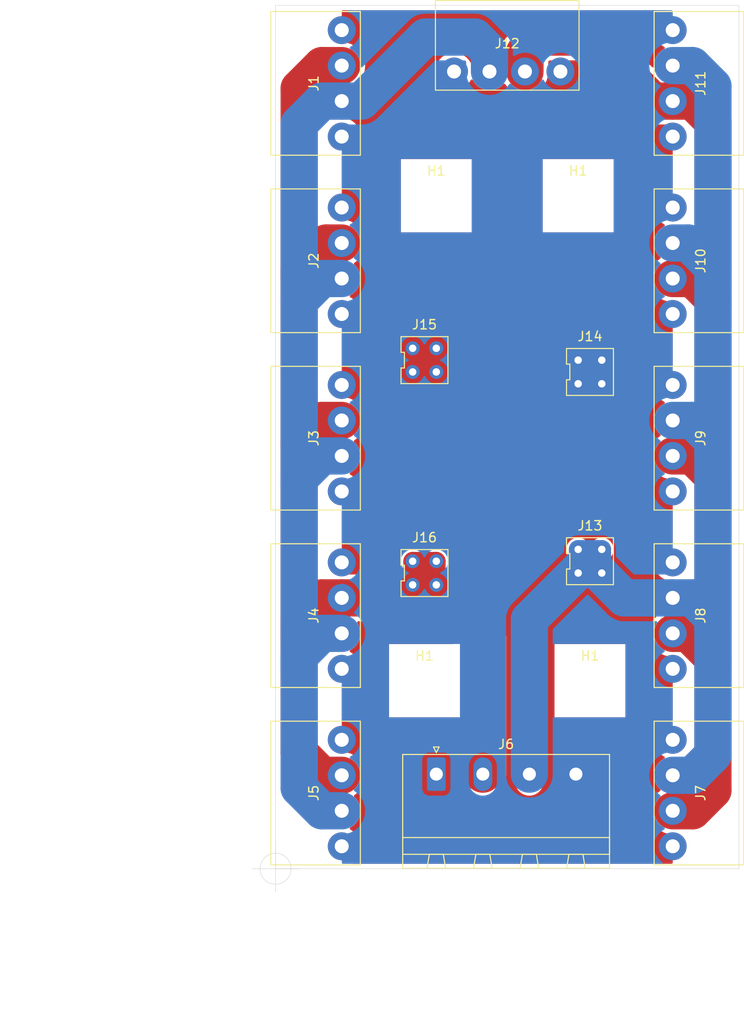
<source format=kicad_pcb>
(kicad_pcb (version 20171130) (host pcbnew "(5.1.0)-1")

  (general
    (thickness 1.6)
    (drawings 8)
    (tracks 98)
    (zones 0)
    (modules 20)
    (nets 5)
  )

  (page A4)
  (layers
    (0 F.Cu signal)
    (31 B.Cu signal)
    (32 B.Adhes user)
    (33 F.Adhes user)
    (34 B.Paste user)
    (35 F.Paste user)
    (36 B.SilkS user)
    (37 F.SilkS user)
    (38 B.Mask user)
    (39 F.Mask user)
    (40 Dwgs.User user)
    (41 Cmts.User user)
    (42 Eco1.User user)
    (43 Eco2.User user)
    (44 Edge.Cuts user)
    (45 Margin user)
    (46 B.CrtYd user)
    (47 F.CrtYd user)
    (48 B.Fab user)
    (49 F.Fab user)
  )

  (setup
    (last_trace_width 4)
    (user_trace_width 1.27)
    (user_trace_width 2)
    (user_trace_width 4)
    (trace_clearance 0.2032)
    (zone_clearance 0.508)
    (zone_45_only no)
    (trace_min 0.2032)
    (via_size 1.27)
    (via_drill 0.635)
    (via_min_size 0.635)
    (via_min_drill 0.3048)
    (user_via 1.27 0.8)
    (user_via 2 1.27)
    (user_via 2.57 2)
    (uvia_size 0.3)
    (uvia_drill 0.1)
    (uvias_allowed no)
    (uvia_min_size 0.2)
    (uvia_min_drill 0.1)
    (edge_width 0.05)
    (segment_width 0.2)
    (pcb_text_width 0.3)
    (pcb_text_size 1.5 1.5)
    (mod_edge_width 0.12)
    (mod_text_size 1 1)
    (mod_text_width 0.15)
    (pad_size 1.524 1.524)
    (pad_drill 0.762)
    (pad_to_mask_clearance 0.051)
    (solder_mask_min_width 0.25)
    (aux_axis_origin 116.078 137.16)
    (visible_elements 7FFFFFFF)
    (pcbplotparams
      (layerselection 0x010fc_ffffffff)
      (usegerberextensions false)
      (usegerberattributes false)
      (usegerberadvancedattributes false)
      (creategerberjobfile false)
      (excludeedgelayer true)
      (linewidth 0.100000)
      (plotframeref false)
      (viasonmask false)
      (mode 1)
      (useauxorigin false)
      (hpglpennumber 1)
      (hpglpenspeed 20)
      (hpglpendiameter 15.000000)
      (psnegative false)
      (psa4output false)
      (plotreference true)
      (plotvalue true)
      (plotinvisibletext false)
      (padsonsilk false)
      (subtractmaskfromsilk false)
      (outputformat 1)
      (mirror false)
      (drillshape 1)
      (scaleselection 1)
      (outputdirectory ""))
  )

  (net 0 "")
  (net 1 /HPWR)
  (net 2 /MPWR1)
  (net 3 /MPWR2)
  (net 4 /GND)

  (net_class Default "Dies ist die voreingestellte Netzklasse."
    (clearance 0.2032)
    (trace_width 1.27)
    (via_dia 1.27)
    (via_drill 0.635)
    (uvia_dia 0.3)
    (uvia_drill 0.1)
    (diff_pair_width 0.2032)
    (diff_pair_gap 0.25)
    (add_net /GND)
    (add_net /HPWR)
    (add_net /MPWR1)
    (add_net /MPWR2)
  )

  (net_class Power ""
    (clearance 0.2032)
    (trace_width 2.54)
    (via_dia 2.54)
    (via_drill 1.27)
    (uvia_dia 0.3)
    (uvia_drill 0.1)
    (diff_pair_width 0.2032)
    (diff_pair_gap 0.25)
  )

  (module francor_power_distribution:Conn_01x04_4mm (layer F.Cu) (tedit 5CA655B9) (tstamp 5CA6A5D9)
    (at 123.19 71.882 270)
    (path /5CA67125)
    (fp_text reference J2 (at 0 3 90) (layer F.SilkS)
      (effects (font (size 1 1) (thickness 0.15)))
    )
    (fp_text value Conn_01x04_3.81 (at 0 5.08 270) (layer F.Fab)
      (effects (font (size 1 1) (thickness 0.15)))
    )
    (fp_line (start -7.47 1.75) (end -7.47 -1.75) (layer F.CrtYd) (width 0.05))
    (fp_line (start 7.47 1.75) (end -7.47 1.75) (layer F.CrtYd) (width 0.05))
    (fp_line (start 7.47 -1.75) (end 7.47 1.75) (layer F.CrtYd) (width 0.05))
    (fp_line (start -7.47 -1.75) (end 7.47 -1.75) (layer F.CrtYd) (width 0.05))
    (fp_line (start -7.715 7.62) (end -7.715 -2) (layer F.SilkS) (width 0.12))
    (fp_line (start 7.715 7.62) (end -7.715 7.62) (layer F.SilkS) (width 0.12))
    (fp_line (start 7.715 -2) (end 7.715 7.62) (layer F.SilkS) (width 0.12))
    (fp_line (start -7.715 -2) (end 7.715 -2) (layer F.SilkS) (width 0.12))
    (pad 4 thru_hole circle (at 5.715 0 270) (size 3 3) (drill 1.5) (layers *.Cu *.Mask)
      (net 4 /GND))
    (pad 3 thru_hole circle (at 1.905 0 270) (size 3 3) (drill 1.5) (layers *.Cu *.Mask)
      (net 3 /MPWR2))
    (pad 2 thru_hole circle (at -1.905 0 270) (size 3 3) (drill 1.5) (layers *.Cu *.Mask)
      (net 2 /MPWR1))
    (pad 1 thru_hole circle (at -5.715 0 270) (size 3 3) (drill 1.5) (layers *.Cu *.Mask)
      (net 1 /HPWR))
  )

  (module MountingHole:MountingHole_3.2mm_M3 (layer F.Cu) (tedit 56D1B4CB) (tstamp 5CA684CD)
    (at 148.59 64.77)
    (descr "Mounting Hole 3.2mm, no annular, M3")
    (tags "mounting hole 3.2mm no annular m3")
    (attr virtual)
    (fp_text reference H1 (at 0 -2.54) (layer F.SilkS)
      (effects (font (size 1 1) (thickness 0.15)))
    )
    (fp_text value M3 (at 0 2.54) (layer F.Fab)
      (effects (font (size 1 1) (thickness 0.15)))
    )
    (fp_circle (center 0 0) (end 3.45 0) (layer F.CrtYd) (width 0.05))
    (fp_circle (center 0 0) (end 3.2 0) (layer Cmts.User) (width 0.15))
    (fp_text user %R (at 0.3 0) (layer F.Fab)
      (effects (font (size 1 1) (thickness 0.15)))
    )
    (pad 1 np_thru_hole circle (at 0 0) (size 3.2 3.2) (drill 3.2) (layers *.Cu *.Mask))
  )

  (module MountingHole:MountingHole_3.2mm_M3 (layer F.Cu) (tedit 56D1B4CB) (tstamp 5CA684F1)
    (at 133.35 64.77)
    (descr "Mounting Hole 3.2mm, no annular, M3")
    (tags "mounting hole 3.2mm no annular m3")
    (attr virtual)
    (fp_text reference H1 (at 0 -2.54) (layer F.SilkS)
      (effects (font (size 1 1) (thickness 0.15)))
    )
    (fp_text value M3 (at 0 2.54) (layer F.Fab)
      (effects (font (size 1 1) (thickness 0.15)))
    )
    (fp_text user %R (at 0.3 0) (layer F.Fab)
      (effects (font (size 1 1) (thickness 0.15)))
    )
    (fp_circle (center 0 0) (end 3.2 0) (layer Cmts.User) (width 0.15))
    (fp_circle (center 0 0) (end 3.45 0) (layer F.CrtYd) (width 0.05))
    (pad 1 np_thru_hole circle (at 0 0) (size 3.2 3.2) (drill 3.2) (layers *.Cu *.Mask))
  )

  (module MountingHole:MountingHole_3.2mm_M3 (layer F.Cu) (tedit 56D1B4CB) (tstamp 5CA69737)
    (at 149.86 116.84)
    (descr "Mounting Hole 3.2mm, no annular, M3")
    (tags "mounting hole 3.2mm no annular m3")
    (attr virtual)
    (fp_text reference H1 (at 0 -2.54) (layer F.SilkS)
      (effects (font (size 1 1) (thickness 0.15)))
    )
    (fp_text value M3 (at 0 2.54) (layer F.Fab)
      (effects (font (size 1 1) (thickness 0.15)))
    )
    (fp_text user %R (at 0.3 0) (layer F.Fab)
      (effects (font (size 1 1) (thickness 0.15)))
    )
    (fp_circle (center 0 0) (end 3.2 0) (layer Cmts.User) (width 0.15))
    (fp_circle (center 0 0) (end 3.45 0) (layer F.CrtYd) (width 0.05))
    (pad 1 np_thru_hole circle (at 0 0) (size 3.2 3.2) (drill 3.2) (layers *.Cu *.Mask))
  )

  (module MountingHole:MountingHole_3.2mm_M3 (layer F.Cu) (tedit 56D1B4CB) (tstamp 5CA69722)
    (at 132.08 116.84)
    (descr "Mounting Hole 3.2mm, no annular, M3")
    (tags "mounting hole 3.2mm no annular m3")
    (attr virtual)
    (fp_text reference H1 (at 0 -2.54) (layer F.SilkS)
      (effects (font (size 1 1) (thickness 0.15)))
    )
    (fp_text value M3 (at 0 2.54) (layer F.Fab)
      (effects (font (size 1 1) (thickness 0.15)))
    )
    (fp_circle (center 0 0) (end 3.45 0) (layer F.CrtYd) (width 0.05))
    (fp_circle (center 0 0) (end 3.2 0) (layer Cmts.User) (width 0.15))
    (fp_text user %R (at 0.3 0) (layer F.Fab)
      (effects (font (size 1 1) (thickness 0.15)))
    )
    (pad 1 np_thru_hole circle (at 0 0) (size 3.2 3.2) (drill 3.2) (layers *.Cu *.Mask))
  )

  (module francor_power_distribution:ESQ-102-24-T-D (layer F.Cu) (tedit 5CA66053) (tstamp 5CA6C342)
    (at 132.08 105.41)
    (path /5CAC1671)
    (fp_text reference J16 (at 0 -3.81 180) (layer F.SilkS)
      (effects (font (size 1 1) (thickness 0.15)))
    )
    (fp_text value ESQ-102-24-T-D (at 0 3.81) (layer F.Fab)
      (effects (font (size 1 1) (thickness 0.15)))
    )
    (fp_line (start -2.27 2.27) (end -2.27 -2.27) (layer F.CrtYd) (width 0.05))
    (fp_line (start 2.27 2.27) (end -2.27 2.27) (layer F.CrtYd) (width 0.05))
    (fp_line (start 2.27 -2.27) (end 2.27 2.27) (layer F.CrtYd) (width 0.05))
    (fp_line (start -2.27 -2.27) (end 2.27 -2.27) (layer F.CrtYd) (width 0.05))
    (fp_line (start -2.52 0.839999) (end -2.52 2.52) (layer F.SilkS) (width 0.12))
    (fp_line (start -2.16 0.839999) (end -2.52 0.839999) (layer F.SilkS) (width 0.12))
    (fp_line (start -2.16 -0.84) (end -2.16 0.839999) (layer F.SilkS) (width 0.12))
    (fp_line (start -2.52 -0.84) (end -2.16 -0.84) (layer F.SilkS) (width 0.12))
    (fp_line (start -2.52 -2.52) (end -2.52 -0.84) (layer F.SilkS) (width 0.12))
    (fp_line (start 2.52 -2.52) (end -2.52 -2.52) (layer F.SilkS) (width 0.12))
    (fp_line (start 2.52 2.52) (end 2.52 -2.52) (layer F.SilkS) (width 0.12))
    (fp_line (start -2.52 2.52) (end 2.52 2.52) (layer F.SilkS) (width 0.12))
    (pad 2 thru_hole circle (at 1.27 1.27) (size 1.5 1.5) (drill 0.8) (layers *.Cu *.Mask)
      (net 2 /MPWR1))
    (pad 3 thru_hole circle (at 1.27 -1.27) (size 1.5 1.5) (drill 0.8) (layers *.Cu *.Mask)
      (net 2 /MPWR1))
    (pad 1 thru_hole circle (at -1.27 1.27) (size 1.5 1.5) (drill 0.8) (layers *.Cu *.Mask)
      (net 2 /MPWR1))
    (pad 4 thru_hole circle (at -1.27 -1.27) (size 1.5 1.5) (drill 0.8) (layers *.Cu *.Mask)
      (net 2 /MPWR1))
  )

  (module francor_power_distribution:ESQ-102-24-T-D (layer F.Cu) (tedit 5CA66053) (tstamp 5CA6C32E)
    (at 132.08 82.55)
    (path /5CAAE457)
    (fp_text reference J15 (at 0 -3.81 180) (layer F.SilkS)
      (effects (font (size 1 1) (thickness 0.15)))
    )
    (fp_text value ESQ-102-24-T-D (at 0 3.81) (layer F.Fab)
      (effects (font (size 1 1) (thickness 0.15)))
    )
    (fp_line (start -2.27 2.27) (end -2.27 -2.27) (layer F.CrtYd) (width 0.05))
    (fp_line (start 2.27 2.27) (end -2.27 2.27) (layer F.CrtYd) (width 0.05))
    (fp_line (start 2.27 -2.27) (end 2.27 2.27) (layer F.CrtYd) (width 0.05))
    (fp_line (start -2.27 -2.27) (end 2.27 -2.27) (layer F.CrtYd) (width 0.05))
    (fp_line (start -2.52 0.839999) (end -2.52 2.52) (layer F.SilkS) (width 0.12))
    (fp_line (start -2.16 0.839999) (end -2.52 0.839999) (layer F.SilkS) (width 0.12))
    (fp_line (start -2.16 -0.84) (end -2.16 0.839999) (layer F.SilkS) (width 0.12))
    (fp_line (start -2.52 -0.84) (end -2.16 -0.84) (layer F.SilkS) (width 0.12))
    (fp_line (start -2.52 -2.52) (end -2.52 -0.84) (layer F.SilkS) (width 0.12))
    (fp_line (start 2.52 -2.52) (end -2.52 -2.52) (layer F.SilkS) (width 0.12))
    (fp_line (start 2.52 2.52) (end 2.52 -2.52) (layer F.SilkS) (width 0.12))
    (fp_line (start -2.52 2.52) (end 2.52 2.52) (layer F.SilkS) (width 0.12))
    (pad 2 thru_hole circle (at 1.27 1.27) (size 1.5 1.5) (drill 0.8) (layers *.Cu *.Mask)
      (net 1 /HPWR))
    (pad 3 thru_hole circle (at 1.27 -1.27) (size 1.5 1.5) (drill 0.8) (layers *.Cu *.Mask)
      (net 1 /HPWR))
    (pad 1 thru_hole circle (at -1.27 1.27) (size 1.5 1.5) (drill 0.8) (layers *.Cu *.Mask)
      (net 1 /HPWR))
    (pad 4 thru_hole circle (at -1.27 -1.27) (size 1.5 1.5) (drill 0.8) (layers *.Cu *.Mask)
      (net 1 /HPWR))
  )

  (module francor_power_distribution:ESQ-102-24-T-D (layer F.Cu) (tedit 5CA66053) (tstamp 5CA6C514)
    (at 149.86 83.82)
    (path /5CAC2EF8)
    (fp_text reference J14 (at 0 -3.81 180) (layer F.SilkS)
      (effects (font (size 1 1) (thickness 0.15)))
    )
    (fp_text value ESQ-102-24-T-D (at 0 3.81) (layer F.Fab)
      (effects (font (size 1 1) (thickness 0.15)))
    )
    (fp_line (start -2.27 2.27) (end -2.27 -2.27) (layer F.CrtYd) (width 0.05))
    (fp_line (start 2.27 2.27) (end -2.27 2.27) (layer F.CrtYd) (width 0.05))
    (fp_line (start 2.27 -2.27) (end 2.27 2.27) (layer F.CrtYd) (width 0.05))
    (fp_line (start -2.27 -2.27) (end 2.27 -2.27) (layer F.CrtYd) (width 0.05))
    (fp_line (start -2.52 0.839999) (end -2.52 2.52) (layer F.SilkS) (width 0.12))
    (fp_line (start -2.16 0.839999) (end -2.52 0.839999) (layer F.SilkS) (width 0.12))
    (fp_line (start -2.16 -0.84) (end -2.16 0.839999) (layer F.SilkS) (width 0.12))
    (fp_line (start -2.52 -0.84) (end -2.16 -0.84) (layer F.SilkS) (width 0.12))
    (fp_line (start -2.52 -2.52) (end -2.52 -0.84) (layer F.SilkS) (width 0.12))
    (fp_line (start 2.52 -2.52) (end -2.52 -2.52) (layer F.SilkS) (width 0.12))
    (fp_line (start 2.52 2.52) (end 2.52 -2.52) (layer F.SilkS) (width 0.12))
    (fp_line (start -2.52 2.52) (end 2.52 2.52) (layer F.SilkS) (width 0.12))
    (pad 2 thru_hole circle (at 1.27 1.27) (size 1.5 1.5) (drill 0.8) (layers *.Cu *.Mask)
      (net 4 /GND))
    (pad 3 thru_hole circle (at 1.27 -1.27) (size 1.5 1.5) (drill 0.8) (layers *.Cu *.Mask)
      (net 4 /GND))
    (pad 1 thru_hole circle (at -1.27 1.27) (size 1.5 1.5) (drill 0.8) (layers *.Cu *.Mask)
      (net 4 /GND))
    (pad 4 thru_hole circle (at -1.27 -1.27) (size 1.5 1.5) (drill 0.8) (layers *.Cu *.Mask)
      (net 4 /GND))
  )

  (module francor_power_distribution:ESQ-102-24-T-D (layer F.Cu) (tedit 5CA66053) (tstamp 5CA6C68C)
    (at 149.86 104.14)
    (path /5CAC1CD4)
    (fp_text reference J13 (at 0 -3.81 180) (layer F.SilkS)
      (effects (font (size 1 1) (thickness 0.15)))
    )
    (fp_text value ESQ-102-24-T-D (at 0 3.81) (layer F.Fab)
      (effects (font (size 1 1) (thickness 0.15)))
    )
    (fp_line (start -2.27 2.27) (end -2.27 -2.27) (layer F.CrtYd) (width 0.05))
    (fp_line (start 2.27 2.27) (end -2.27 2.27) (layer F.CrtYd) (width 0.05))
    (fp_line (start 2.27 -2.27) (end 2.27 2.27) (layer F.CrtYd) (width 0.05))
    (fp_line (start -2.27 -2.27) (end 2.27 -2.27) (layer F.CrtYd) (width 0.05))
    (fp_line (start -2.52 0.839999) (end -2.52 2.52) (layer F.SilkS) (width 0.12))
    (fp_line (start -2.16 0.839999) (end -2.52 0.839999) (layer F.SilkS) (width 0.12))
    (fp_line (start -2.16 -0.84) (end -2.16 0.839999) (layer F.SilkS) (width 0.12))
    (fp_line (start -2.52 -0.84) (end -2.16 -0.84) (layer F.SilkS) (width 0.12))
    (fp_line (start -2.52 -2.52) (end -2.52 -0.84) (layer F.SilkS) (width 0.12))
    (fp_line (start 2.52 -2.52) (end -2.52 -2.52) (layer F.SilkS) (width 0.12))
    (fp_line (start 2.52 2.52) (end 2.52 -2.52) (layer F.SilkS) (width 0.12))
    (fp_line (start -2.52 2.52) (end 2.52 2.52) (layer F.SilkS) (width 0.12))
    (pad 2 thru_hole circle (at 1.27 1.27) (size 1.5 1.5) (drill 0.8) (layers *.Cu *.Mask)
      (net 3 /MPWR2))
    (pad 3 thru_hole circle (at 1.27 -1.27) (size 1.5 1.5) (drill 0.8) (layers *.Cu *.Mask)
      (net 3 /MPWR2))
    (pad 1 thru_hole circle (at -1.27 1.27) (size 1.5 1.5) (drill 0.8) (layers *.Cu *.Mask)
      (net 3 /MPWR2))
    (pad 4 thru_hole circle (at -1.27 -1.27) (size 1.5 1.5) (drill 0.8) (layers *.Cu *.Mask)
      (net 3 /MPWR2))
  )

  (module francor_power_distribution:Conn_01x04_4mm (layer F.Cu) (tedit 5CA655B9) (tstamp 5CA6A72A)
    (at 123.19 52.832 270)
    (path /5CA64D00)
    (fp_text reference J1 (at 0 3 90) (layer F.SilkS)
      (effects (font (size 1 1) (thickness 0.15)))
    )
    (fp_text value Conn_01x04_3.81 (at 0 5.08 270) (layer F.Fab)
      (effects (font (size 1 1) (thickness 0.15)))
    )
    (fp_line (start -7.715 -2) (end 7.715 -2) (layer F.SilkS) (width 0.12))
    (fp_line (start 7.715 -2) (end 7.715 7.62) (layer F.SilkS) (width 0.12))
    (fp_line (start 7.715 7.62) (end -7.715 7.62) (layer F.SilkS) (width 0.12))
    (fp_line (start -7.715 7.62) (end -7.715 -2) (layer F.SilkS) (width 0.12))
    (fp_line (start -7.47 -1.75) (end 7.47 -1.75) (layer F.CrtYd) (width 0.05))
    (fp_line (start 7.47 -1.75) (end 7.47 1.75) (layer F.CrtYd) (width 0.05))
    (fp_line (start 7.47 1.75) (end -7.47 1.75) (layer F.CrtYd) (width 0.05))
    (fp_line (start -7.47 1.75) (end -7.47 -1.75) (layer F.CrtYd) (width 0.05))
    (pad 1 thru_hole circle (at -5.715 0 270) (size 3 3) (drill 1.5) (layers *.Cu *.Mask)
      (net 1 /HPWR))
    (pad 2 thru_hole circle (at -1.905 0 270) (size 3 3) (drill 1.5) (layers *.Cu *.Mask)
      (net 2 /MPWR1))
    (pad 3 thru_hole circle (at 1.905 0 270) (size 3 3) (drill 1.5) (layers *.Cu *.Mask)
      (net 3 /MPWR2))
    (pad 4 thru_hole circle (at 5.715 0 270) (size 3 3) (drill 1.5) (layers *.Cu *.Mask)
      (net 4 /GND))
  )

  (module francor_power_distribution:Conn_01x04_4mm (layer F.Cu) (tedit 5CA655B9) (tstamp 5CA6A5E9)
    (at 123.19 90.932 270)
    (path /5CA67A37)
    (fp_text reference J3 (at 0 3 90) (layer F.SilkS)
      (effects (font (size 1 1) (thickness 0.15)))
    )
    (fp_text value Conn_01x04_3.81 (at 0 5.08 270) (layer F.Fab)
      (effects (font (size 1 1) (thickness 0.15)))
    )
    (fp_line (start -7.715 -2) (end 7.715 -2) (layer F.SilkS) (width 0.12))
    (fp_line (start 7.715 -2) (end 7.715 7.62) (layer F.SilkS) (width 0.12))
    (fp_line (start 7.715 7.62) (end -7.715 7.62) (layer F.SilkS) (width 0.12))
    (fp_line (start -7.715 7.62) (end -7.715 -2) (layer F.SilkS) (width 0.12))
    (fp_line (start -7.47 -1.75) (end 7.47 -1.75) (layer F.CrtYd) (width 0.05))
    (fp_line (start 7.47 -1.75) (end 7.47 1.75) (layer F.CrtYd) (width 0.05))
    (fp_line (start 7.47 1.75) (end -7.47 1.75) (layer F.CrtYd) (width 0.05))
    (fp_line (start -7.47 1.75) (end -7.47 -1.75) (layer F.CrtYd) (width 0.05))
    (pad 1 thru_hole circle (at -5.715 0 270) (size 3 3) (drill 1.5) (layers *.Cu *.Mask)
      (net 1 /HPWR))
    (pad 2 thru_hole circle (at -1.905 0 270) (size 3 3) (drill 1.5) (layers *.Cu *.Mask)
      (net 2 /MPWR1))
    (pad 3 thru_hole circle (at 1.905 0 270) (size 3 3) (drill 1.5) (layers *.Cu *.Mask)
      (net 3 /MPWR2))
    (pad 4 thru_hole circle (at 5.715 0 270) (size 3 3) (drill 1.5) (layers *.Cu *.Mask)
      (net 4 /GND))
  )

  (module francor_power_distribution:Conn_01x04_4mm (layer F.Cu) (tedit 5CA655B9) (tstamp 5CA6A960)
    (at 123.19 109.982 270)
    (path /5CA67FC3)
    (fp_text reference J4 (at 0 3 90) (layer F.SilkS)
      (effects (font (size 1 1) (thickness 0.15)))
    )
    (fp_text value Conn_01x04_3.81 (at 0 5.08 270) (layer F.Fab)
      (effects (font (size 1 1) (thickness 0.15)))
    )
    (fp_line (start -7.47 1.75) (end -7.47 -1.75) (layer F.CrtYd) (width 0.05))
    (fp_line (start 7.47 1.75) (end -7.47 1.75) (layer F.CrtYd) (width 0.05))
    (fp_line (start 7.47 -1.75) (end 7.47 1.75) (layer F.CrtYd) (width 0.05))
    (fp_line (start -7.47 -1.75) (end 7.47 -1.75) (layer F.CrtYd) (width 0.05))
    (fp_line (start -7.715 7.62) (end -7.715 -2) (layer F.SilkS) (width 0.12))
    (fp_line (start 7.715 7.62) (end -7.715 7.62) (layer F.SilkS) (width 0.12))
    (fp_line (start 7.715 -2) (end 7.715 7.62) (layer F.SilkS) (width 0.12))
    (fp_line (start -7.715 -2) (end 7.715 -2) (layer F.SilkS) (width 0.12))
    (pad 4 thru_hole circle (at 5.715 0 270) (size 3 3) (drill 1.5) (layers *.Cu *.Mask)
      (net 4 /GND))
    (pad 3 thru_hole circle (at 1.905 0 270) (size 3 3) (drill 1.5) (layers *.Cu *.Mask)
      (net 3 /MPWR2))
    (pad 2 thru_hole circle (at -1.905 0 270) (size 3 3) (drill 1.5) (layers *.Cu *.Mask)
      (net 2 /MPWR1))
    (pad 1 thru_hole circle (at -5.715 0 270) (size 3 3) (drill 1.5) (layers *.Cu *.Mask)
      (net 1 /HPWR))
  )

  (module francor_power_distribution:Conn_01x04_4mm (layer F.Cu) (tedit 5CA655B9) (tstamp 5CA6AA3C)
    (at 123.19 129.032 270)
    (path /5CA70865)
    (fp_text reference J5 (at 0 3 90) (layer F.SilkS)
      (effects (font (size 1 1) (thickness 0.15)))
    )
    (fp_text value Conn_01x04_3.81 (at 0 5.08 270) (layer F.Fab)
      (effects (font (size 1 1) (thickness 0.15)))
    )
    (fp_line (start -7.715 -2) (end 7.715 -2) (layer F.SilkS) (width 0.12))
    (fp_line (start 7.715 -2) (end 7.715 7.62) (layer F.SilkS) (width 0.12))
    (fp_line (start 7.715 7.62) (end -7.715 7.62) (layer F.SilkS) (width 0.12))
    (fp_line (start -7.715 7.62) (end -7.715 -2) (layer F.SilkS) (width 0.12))
    (fp_line (start -7.47 -1.75) (end 7.47 -1.75) (layer F.CrtYd) (width 0.05))
    (fp_line (start 7.47 -1.75) (end 7.47 1.75) (layer F.CrtYd) (width 0.05))
    (fp_line (start 7.47 1.75) (end -7.47 1.75) (layer F.CrtYd) (width 0.05))
    (fp_line (start -7.47 1.75) (end -7.47 -1.75) (layer F.CrtYd) (width 0.05))
    (pad 1 thru_hole circle (at -5.715 0 270) (size 3 3) (drill 1.5) (layers *.Cu *.Mask)
      (net 1 /HPWR))
    (pad 2 thru_hole circle (at -1.905 0 270) (size 3 3) (drill 1.5) (layers *.Cu *.Mask)
      (net 2 /MPWR1))
    (pad 3 thru_hole circle (at 1.905 0 270) (size 3 3) (drill 1.5) (layers *.Cu *.Mask)
      (net 3 /MPWR2))
    (pad 4 thru_hole circle (at 5.715 0 270) (size 3 3) (drill 1.5) (layers *.Cu *.Mask)
      (net 4 /GND))
  )

  (module Connector_Phoenix_MSTB:PhoenixContact_MSTBA_2,5_4-G_1x04_P5.00mm_Horizontal (layer F.Cu) (tedit 5B785046) (tstamp 5CA6B591)
    (at 133.35 127)
    (descr "Generic Phoenix Contact connector footprint for: MSTBA_2,5/4-G; number of pins: 04; pin pitch: 5.00mm; Angled || order number: 1757491 12A || order number: 1923775 16A (HC)")
    (tags "phoenix_contact connector MSTBA_01x04_G_5.00mm")
    (path /5CA9630F)
    (fp_text reference J6 (at 7.5 -3.2) (layer F.SilkS)
      (effects (font (size 1 1) (thickness 0.15)))
    )
    (fp_text value Screw_Terminal_01x04 (at 7.5 11.2) (layer F.Fab)
      (effects (font (size 1 1) (thickness 0.15)))
    )
    (fp_line (start -3.61 -2.11) (end -3.61 10.11) (layer F.SilkS) (width 0.12))
    (fp_line (start -3.61 10.11) (end 18.61 10.11) (layer F.SilkS) (width 0.12))
    (fp_line (start 18.61 10.11) (end 18.61 -2.11) (layer F.SilkS) (width 0.12))
    (fp_line (start 18.61 -2.11) (end -3.61 -2.11) (layer F.SilkS) (width 0.12))
    (fp_line (start -3.5 -2) (end -3.5 10) (layer F.Fab) (width 0.1))
    (fp_line (start -3.5 10) (end 18.5 10) (layer F.Fab) (width 0.1))
    (fp_line (start 18.5 10) (end 18.5 -2) (layer F.Fab) (width 0.1))
    (fp_line (start 18.5 -2) (end -3.5 -2) (layer F.Fab) (width 0.1))
    (fp_line (start -3.61 8.61) (end -3.61 6.81) (layer F.SilkS) (width 0.12))
    (fp_line (start -3.61 6.81) (end 18.61 6.81) (layer F.SilkS) (width 0.12))
    (fp_line (start 18.61 6.81) (end 18.61 8.61) (layer F.SilkS) (width 0.12))
    (fp_line (start 18.61 8.61) (end -3.61 8.61) (layer F.SilkS) (width 0.12))
    (fp_line (start -1 10.11) (end 1 10.11) (layer F.SilkS) (width 0.12))
    (fp_line (start 1 10.11) (end 0.75 8.61) (layer F.SilkS) (width 0.12))
    (fp_line (start 0.75 8.61) (end -0.75 8.61) (layer F.SilkS) (width 0.12))
    (fp_line (start -0.75 8.61) (end -1 10.11) (layer F.SilkS) (width 0.12))
    (fp_line (start 4 10.11) (end 6 10.11) (layer F.SilkS) (width 0.12))
    (fp_line (start 6 10.11) (end 5.75 8.61) (layer F.SilkS) (width 0.12))
    (fp_line (start 5.75 8.61) (end 4.25 8.61) (layer F.SilkS) (width 0.12))
    (fp_line (start 4.25 8.61) (end 4 10.11) (layer F.SilkS) (width 0.12))
    (fp_line (start 9 10.11) (end 11 10.11) (layer F.SilkS) (width 0.12))
    (fp_line (start 11 10.11) (end 10.75 8.61) (layer F.SilkS) (width 0.12))
    (fp_line (start 10.75 8.61) (end 9.25 8.61) (layer F.SilkS) (width 0.12))
    (fp_line (start 9.25 8.61) (end 9 10.11) (layer F.SilkS) (width 0.12))
    (fp_line (start 14 10.11) (end 16 10.11) (layer F.SilkS) (width 0.12))
    (fp_line (start 16 10.11) (end 15.75 8.61) (layer F.SilkS) (width 0.12))
    (fp_line (start 15.75 8.61) (end 14.25 8.61) (layer F.SilkS) (width 0.12))
    (fp_line (start 14.25 8.61) (end 14 10.11) (layer F.SilkS) (width 0.12))
    (fp_line (start -4 -2.5) (end -4 10.5) (layer F.CrtYd) (width 0.05))
    (fp_line (start -4 10.5) (end 19 10.5) (layer F.CrtYd) (width 0.05))
    (fp_line (start 19 10.5) (end 19 -2.5) (layer F.CrtYd) (width 0.05))
    (fp_line (start 19 -2.5) (end -4 -2.5) (layer F.CrtYd) (width 0.05))
    (fp_line (start 0.3 -2.91) (end 0 -2.31) (layer F.SilkS) (width 0.12))
    (fp_line (start 0 -2.31) (end -0.3 -2.91) (layer F.SilkS) (width 0.12))
    (fp_line (start -0.3 -2.91) (end 0.3 -2.91) (layer F.SilkS) (width 0.12))
    (fp_line (start 0.95 -2) (end 0 -0.5) (layer F.Fab) (width 0.1))
    (fp_line (start 0 -0.5) (end -0.95 -2) (layer F.Fab) (width 0.1))
    (fp_text user %R (at 7.5 -1.3) (layer F.Fab)
      (effects (font (size 1 1) (thickness 0.15)))
    )
    (pad 1 thru_hole roundrect (at 0 0) (size 2 3.6) (drill 1.4) (layers *.Cu *.Mask) (roundrect_rratio 0.125)
      (net 1 /HPWR))
    (pad 2 thru_hole oval (at 5 0) (size 2 3.6) (drill 1.4) (layers *.Cu *.Mask)
      (net 2 /MPWR1))
    (pad 3 thru_hole oval (at 10 0) (size 2 3.6) (drill 1.4) (layers *.Cu *.Mask)
      (net 3 /MPWR2))
    (pad 4 thru_hole oval (at 15 0) (size 2 3.6) (drill 1.4) (layers *.Cu *.Mask)
      (net 4 /GND))
    (model ${KISYS3DMOD}/Connector_Phoenix_MSTB.3dshapes/PhoenixContact_MSTBA_2,5_4-G_1x04_P5.00mm_Horizontal.wrl
      (at (xyz 0 0 0))
      (scale (xyz 1 1 1))
      (rotate (xyz 0 0 0))
    )
  )

  (module francor_power_distribution:Conn_01x04_4mm (layer F.Cu) (tedit 5CA655B9) (tstamp 5CA6BD60)
    (at 158.75 129.032 90)
    (path /5CA9BD69)
    (fp_text reference J7 (at 0 3 270) (layer F.SilkS)
      (effects (font (size 1 1) (thickness 0.15)))
    )
    (fp_text value Conn_01x04_3.81 (at 0 5.08 90) (layer F.Fab)
      (effects (font (size 1 1) (thickness 0.15)))
    )
    (fp_line (start -7.47 1.75) (end -7.47 -1.75) (layer F.CrtYd) (width 0.05))
    (fp_line (start 7.47 1.75) (end -7.47 1.75) (layer F.CrtYd) (width 0.05))
    (fp_line (start 7.47 -1.75) (end 7.47 1.75) (layer F.CrtYd) (width 0.05))
    (fp_line (start -7.47 -1.75) (end 7.47 -1.75) (layer F.CrtYd) (width 0.05))
    (fp_line (start -7.715 7.62) (end -7.715 -2) (layer F.SilkS) (width 0.12))
    (fp_line (start 7.715 7.62) (end -7.715 7.62) (layer F.SilkS) (width 0.12))
    (fp_line (start 7.715 -2) (end 7.715 7.62) (layer F.SilkS) (width 0.12))
    (fp_line (start -7.715 -2) (end 7.715 -2) (layer F.SilkS) (width 0.12))
    (pad 4 thru_hole circle (at 5.715 0 90) (size 3 3) (drill 1.5) (layers *.Cu *.Mask)
      (net 4 /GND))
    (pad 3 thru_hole circle (at 1.905 0 90) (size 3 3) (drill 1.5) (layers *.Cu *.Mask)
      (net 3 /MPWR2))
    (pad 2 thru_hole circle (at -1.905 0 90) (size 3 3) (drill 1.5) (layers *.Cu *.Mask)
      (net 2 /MPWR1))
    (pad 1 thru_hole circle (at -5.715 0 90) (size 3 3) (drill 1.5) (layers *.Cu *.Mask)
      (net 1 /HPWR))
  )

  (module francor_power_distribution:Conn_01x04_4mm (layer F.Cu) (tedit 5CA655B9) (tstamp 5CA6BCD9)
    (at 158.75 109.982 90)
    (path /5CA73702)
    (fp_text reference J8 (at 0 3 270) (layer F.SilkS)
      (effects (font (size 1 1) (thickness 0.15)))
    )
    (fp_text value Conn_01x04_3.81 (at 0 5.08 90) (layer F.Fab)
      (effects (font (size 1 1) (thickness 0.15)))
    )
    (fp_line (start -7.715 -2) (end 7.715 -2) (layer F.SilkS) (width 0.12))
    (fp_line (start 7.715 -2) (end 7.715 7.62) (layer F.SilkS) (width 0.12))
    (fp_line (start 7.715 7.62) (end -7.715 7.62) (layer F.SilkS) (width 0.12))
    (fp_line (start -7.715 7.62) (end -7.715 -2) (layer F.SilkS) (width 0.12))
    (fp_line (start -7.47 -1.75) (end 7.47 -1.75) (layer F.CrtYd) (width 0.05))
    (fp_line (start 7.47 -1.75) (end 7.47 1.75) (layer F.CrtYd) (width 0.05))
    (fp_line (start 7.47 1.75) (end -7.47 1.75) (layer F.CrtYd) (width 0.05))
    (fp_line (start -7.47 1.75) (end -7.47 -1.75) (layer F.CrtYd) (width 0.05))
    (pad 1 thru_hole circle (at -5.715 0 90) (size 3 3) (drill 1.5) (layers *.Cu *.Mask)
      (net 1 /HPWR))
    (pad 2 thru_hole circle (at -1.905 0 90) (size 3 3) (drill 1.5) (layers *.Cu *.Mask)
      (net 2 /MPWR1))
    (pad 3 thru_hole circle (at 1.905 0 90) (size 3 3) (drill 1.5) (layers *.Cu *.Mask)
      (net 3 /MPWR2))
    (pad 4 thru_hole circle (at 5.715 0 90) (size 3 3) (drill 1.5) (layers *.Cu *.Mask)
      (net 4 /GND))
  )

  (module francor_power_distribution:Conn_01x04_4mm (layer F.Cu) (tedit 5CA655B9) (tstamp 5CA6BCAC)
    (at 158.75 90.932 90)
    (path /5CA754D3)
    (fp_text reference J9 (at 0 3 270) (layer F.SilkS)
      (effects (font (size 1 1) (thickness 0.15)))
    )
    (fp_text value Conn_01x04_3.81 (at 0 5.08 90) (layer F.Fab)
      (effects (font (size 1 1) (thickness 0.15)))
    )
    (fp_line (start -7.47 1.75) (end -7.47 -1.75) (layer F.CrtYd) (width 0.05))
    (fp_line (start 7.47 1.75) (end -7.47 1.75) (layer F.CrtYd) (width 0.05))
    (fp_line (start 7.47 -1.75) (end 7.47 1.75) (layer F.CrtYd) (width 0.05))
    (fp_line (start -7.47 -1.75) (end 7.47 -1.75) (layer F.CrtYd) (width 0.05))
    (fp_line (start -7.715 7.62) (end -7.715 -2) (layer F.SilkS) (width 0.12))
    (fp_line (start 7.715 7.62) (end -7.715 7.62) (layer F.SilkS) (width 0.12))
    (fp_line (start 7.715 -2) (end 7.715 7.62) (layer F.SilkS) (width 0.12))
    (fp_line (start -7.715 -2) (end 7.715 -2) (layer F.SilkS) (width 0.12))
    (pad 4 thru_hole circle (at 5.715 0 90) (size 3 3) (drill 1.5) (layers *.Cu *.Mask)
      (net 4 /GND))
    (pad 3 thru_hole circle (at 1.905 0 90) (size 3 3) (drill 1.5) (layers *.Cu *.Mask)
      (net 3 /MPWR2))
    (pad 2 thru_hole circle (at -1.905 0 90) (size 3 3) (drill 1.5) (layers *.Cu *.Mask)
      (net 2 /MPWR1))
    (pad 1 thru_hole circle (at -5.715 0 90) (size 3 3) (drill 1.5) (layers *.Cu *.Mask)
      (net 1 /HPWR))
  )

  (module francor_power_distribution:Conn_01x04_4mm (layer F.Cu) (tedit 5CA655B9) (tstamp 5CA6BD06)
    (at 158.75 71.882 90)
    (path /5CA75EC8)
    (fp_text reference J10 (at 0 3 270) (layer F.SilkS)
      (effects (font (size 1 1) (thickness 0.15)))
    )
    (fp_text value Conn_01x04_3.81 (at 0 5.08 90) (layer F.Fab)
      (effects (font (size 1 1) (thickness 0.15)))
    )
    (fp_line (start -7.715 -2) (end 7.715 -2) (layer F.SilkS) (width 0.12))
    (fp_line (start 7.715 -2) (end 7.715 7.62) (layer F.SilkS) (width 0.12))
    (fp_line (start 7.715 7.62) (end -7.715 7.62) (layer F.SilkS) (width 0.12))
    (fp_line (start -7.715 7.62) (end -7.715 -2) (layer F.SilkS) (width 0.12))
    (fp_line (start -7.47 -1.75) (end 7.47 -1.75) (layer F.CrtYd) (width 0.05))
    (fp_line (start 7.47 -1.75) (end 7.47 1.75) (layer F.CrtYd) (width 0.05))
    (fp_line (start 7.47 1.75) (end -7.47 1.75) (layer F.CrtYd) (width 0.05))
    (fp_line (start -7.47 1.75) (end -7.47 -1.75) (layer F.CrtYd) (width 0.05))
    (pad 1 thru_hole circle (at -5.715 0 90) (size 3 3) (drill 1.5) (layers *.Cu *.Mask)
      (net 1 /HPWR))
    (pad 2 thru_hole circle (at -1.905 0 90) (size 3 3) (drill 1.5) (layers *.Cu *.Mask)
      (net 2 /MPWR1))
    (pad 3 thru_hole circle (at 1.905 0 90) (size 3 3) (drill 1.5) (layers *.Cu *.Mask)
      (net 3 /MPWR2))
    (pad 4 thru_hole circle (at 5.715 0 90) (size 3 3) (drill 1.5) (layers *.Cu *.Mask)
      (net 4 /GND))
  )

  (module francor_power_distribution:Conn_01x04_4mm (layer F.Cu) (tedit 5CA655B9) (tstamp 5CA6BD33)
    (at 158.75 52.832 90)
    (path /5CA769BA)
    (fp_text reference J11 (at 0 3 270) (layer F.SilkS)
      (effects (font (size 1 1) (thickness 0.15)))
    )
    (fp_text value Conn_01x04_3.81 (at 0 5.08 90) (layer F.Fab)
      (effects (font (size 1 1) (thickness 0.15)))
    )
    (fp_line (start -7.47 1.75) (end -7.47 -1.75) (layer F.CrtYd) (width 0.05))
    (fp_line (start 7.47 1.75) (end -7.47 1.75) (layer F.CrtYd) (width 0.05))
    (fp_line (start 7.47 -1.75) (end 7.47 1.75) (layer F.CrtYd) (width 0.05))
    (fp_line (start -7.47 -1.75) (end 7.47 -1.75) (layer F.CrtYd) (width 0.05))
    (fp_line (start -7.715 7.62) (end -7.715 -2) (layer F.SilkS) (width 0.12))
    (fp_line (start 7.715 7.62) (end -7.715 7.62) (layer F.SilkS) (width 0.12))
    (fp_line (start 7.715 -2) (end 7.715 7.62) (layer F.SilkS) (width 0.12))
    (fp_line (start -7.715 -2) (end 7.715 -2) (layer F.SilkS) (width 0.12))
    (pad 4 thru_hole circle (at 5.715 0 90) (size 3 3) (drill 1.5) (layers *.Cu *.Mask)
      (net 4 /GND))
    (pad 3 thru_hole circle (at 1.905 0 90) (size 3 3) (drill 1.5) (layers *.Cu *.Mask)
      (net 3 /MPWR2))
    (pad 2 thru_hole circle (at -1.905 0 90) (size 3 3) (drill 1.5) (layers *.Cu *.Mask)
      (net 2 /MPWR1))
    (pad 1 thru_hole circle (at -5.715 0 90) (size 3 3) (drill 1.5) (layers *.Cu *.Mask)
      (net 1 /HPWR))
  )

  (module francor_power_distribution:Conn_01x04_4mm (layer F.Cu) (tedit 5CA655B9) (tstamp 5CA6BA07)
    (at 140.97 51.562 180)
    (path /5CA775BB)
    (fp_text reference J12 (at 0 3) (layer F.SilkS)
      (effects (font (size 1 1) (thickness 0.15)))
    )
    (fp_text value Conn_01x04_3.81 (at 0 5.08 180) (layer F.Fab)
      (effects (font (size 1 1) (thickness 0.15)))
    )
    (fp_line (start -7.715 -2) (end 7.715 -2) (layer F.SilkS) (width 0.12))
    (fp_line (start 7.715 -2) (end 7.715 7.62) (layer F.SilkS) (width 0.12))
    (fp_line (start 7.715 7.62) (end -7.715 7.62) (layer F.SilkS) (width 0.12))
    (fp_line (start -7.715 7.62) (end -7.715 -2) (layer F.SilkS) (width 0.12))
    (fp_line (start -7.47 -1.75) (end 7.47 -1.75) (layer F.CrtYd) (width 0.05))
    (fp_line (start 7.47 -1.75) (end 7.47 1.75) (layer F.CrtYd) (width 0.05))
    (fp_line (start 7.47 1.75) (end -7.47 1.75) (layer F.CrtYd) (width 0.05))
    (fp_line (start -7.47 1.75) (end -7.47 -1.75) (layer F.CrtYd) (width 0.05))
    (pad 1 thru_hole circle (at -5.715 0 180) (size 3 3) (drill 1.5) (layers *.Cu *.Mask)
      (net 1 /HPWR))
    (pad 2 thru_hole circle (at -1.905 0 180) (size 3 3) (drill 1.5) (layers *.Cu *.Mask)
      (net 2 /MPWR1))
    (pad 3 thru_hole circle (at 1.905 0 180) (size 3 3) (drill 1.5) (layers *.Cu *.Mask)
      (net 3 /MPWR2))
    (pad 4 thru_hole circle (at 5.715 0 180) (size 3 3) (drill 1.5) (layers *.Cu *.Mask)
      (net 4 /GND))
  )

  (target plus (at 116.078 137.16) (size 5) (width 0.05) (layer Edge.Cuts))
  (dimension 92.71 (width 0.15) (layer Dwgs.User)
    (gr_text "92,710 mm" (at 90.14 90.805 90) (layer Dwgs.User)
      (effects (font (size 1 1) (thickness 0.15)))
    )
    (feature1 (pts (xy 116.078 44.45) (xy 90.853579 44.45)))
    (feature2 (pts (xy 116.078 137.16) (xy 90.853579 137.16)))
    (crossbar (pts (xy 91.44 137.16) (xy 91.44 44.45)))
    (arrow1a (pts (xy 91.44 44.45) (xy 92.026421 45.576504)))
    (arrow1b (pts (xy 91.44 44.45) (xy 90.853579 45.576504)))
    (arrow2a (pts (xy 91.44 137.16) (xy 92.026421 136.033496)))
    (arrow2b (pts (xy 91.44 137.16) (xy 90.853579 136.033496)))
  )
  (dimension 49.784 (width 0.15) (layer Dwgs.User)
    (gr_text "49,784 mm" (at 140.97 154.461999) (layer Dwgs.User)
      (effects (font (size 1 1) (thickness 0.15)))
    )
    (feature1 (pts (xy 165.862 137.16) (xy 165.862 153.74842)))
    (feature2 (pts (xy 116.078 137.16) (xy 116.078 153.74842)))
    (crossbar (pts (xy 116.078 153.161999) (xy 165.862 153.161999)))
    (arrow1a (pts (xy 165.862 153.161999) (xy 164.735496 153.74842)))
    (arrow1b (pts (xy 165.862 153.161999) (xy 164.735496 152.575578)))
    (arrow2a (pts (xy 116.078 153.161999) (xy 117.204504 153.74842)))
    (arrow2b (pts (xy 116.078 153.161999) (xy 117.204504 152.575578)))
  )
  (gr_line (start 116.078 44.45) (end 116.078 44.704) (layer Edge.Cuts) (width 0.05) (tstamp 5CA6BDD0))
  (gr_line (start 165.862 44.45) (end 116.078 44.45) (layer Edge.Cuts) (width 0.05))
  (gr_line (start 165.862 137.16) (end 165.862 44.45) (layer Edge.Cuts) (width 0.05))
  (gr_line (start 116.078 137.16) (end 165.862 137.16) (layer Edge.Cuts) (width 0.05))
  (gr_line (start 116.078 44.704) (end 116.078 137.16) (layer Edge.Cuts) (width 0.05))

  (segment (start 138.35 127) (end 138.35 127.8) (width 2) (layer B.Cu) (net 2))
  (segment (start 121.06868 50.927) (end 123.19 50.927) (width 4) (layer F.Cu) (net 2))
  (segment (start 118.618 53.37768) (end 121.06868 50.927) (width 4) (layer F.Cu) (net 2))
  (segment (start 121.06868 127.127) (end 118.618 124.67632) (width 4) (layer F.Cu) (net 2))
  (segment (start 123.19 127.127) (end 121.06868 127.127) (width 4) (layer F.Cu) (net 2))
  (segment (start 118.618 72.878262) (end 118.618 73.66) (width 4) (layer F.Cu) (net 2))
  (segment (start 121.519262 69.977) (end 118.618 72.878262) (width 4) (layer F.Cu) (net 2))
  (segment (start 123.19 69.977) (end 121.519262 69.977) (width 4) (layer F.Cu) (net 2))
  (segment (start 118.618 73.66) (end 118.618 53.37768) (width 4) (layer F.Cu) (net 2))
  (segment (start 118.618 91.47768) (end 118.618 91.694) (width 4) (layer F.Cu) (net 2))
  (segment (start 121.06868 89.027) (end 118.618 91.47768) (width 4) (layer F.Cu) (net 2))
  (segment (start 123.19 89.027) (end 121.06868 89.027) (width 4) (layer F.Cu) (net 2))
  (segment (start 118.618 91.694) (end 118.618 73.66) (width 4) (layer F.Cu) (net 2))
  (segment (start 121.06868 108.077) (end 118.618 110.52768) (width 4) (layer F.Cu) (net 2))
  (segment (start 118.618 110.52768) (end 118.618 112.522) (width 4) (layer F.Cu) (net 2))
  (segment (start 123.19 108.077) (end 121.06868 108.077) (width 4) (layer F.Cu) (net 2))
  (segment (start 118.618 124.67632) (end 118.618 112.522) (width 4) (layer F.Cu) (net 2))
  (segment (start 118.618 112.522) (end 118.618 91.694) (width 4) (layer F.Cu) (net 2))
  (segment (start 160.87132 54.737) (end 163.068 56.93368) (width 4) (layer F.Cu) (net 2))
  (segment (start 158.75 54.737) (end 160.87132 54.737) (width 4) (layer F.Cu) (net 2))
  (segment (start 160.87132 130.937) (end 158.75 130.937) (width 4) (layer F.Cu) (net 2))
  (segment (start 163.068 128.74032) (end 160.87132 130.937) (width 4) (layer F.Cu) (net 2))
  (segment (start 163.068 114.534262) (end 163.068 115.57) (width 4) (layer F.Cu) (net 2))
  (segment (start 160.420738 111.887) (end 163.068 114.534262) (width 4) (layer F.Cu) (net 2))
  (segment (start 158.75 111.887) (end 160.420738 111.887) (width 4) (layer F.Cu) (net 2))
  (segment (start 163.068 115.57) (end 163.068 128.74032) (width 4) (layer F.Cu) (net 2))
  (segment (start 163.068 95.03368) (end 163.068 98.552) (width 4) (layer F.Cu) (net 2))
  (segment (start 160.87132 92.837) (end 163.068 95.03368) (width 4) (layer F.Cu) (net 2))
  (segment (start 158.75 92.837) (end 160.87132 92.837) (width 4) (layer F.Cu) (net 2))
  (segment (start 163.068 98.552) (end 163.068 115.57) (width 4) (layer F.Cu) (net 2))
  (segment (start 163.068 75.98368) (end 163.068 76.708) (width 4) (layer F.Cu) (net 2))
  (segment (start 160.87132 73.787) (end 163.068 75.98368) (width 4) (layer F.Cu) (net 2))
  (segment (start 158.75 73.787) (end 160.87132 73.787) (width 4) (layer F.Cu) (net 2))
  (segment (start 163.068 56.93368) (end 163.068 76.708) (width 4) (layer F.Cu) (net 2))
  (segment (start 163.068 76.708) (end 163.068 98.552) (width 4) (layer F.Cu) (net 2))
  (segment (start 156.62868 54.737) (end 158.75 54.737) (width 4) (layer F.Cu) (net 2))
  (segment (start 149.750479 47.858799) (end 156.62868 54.737) (width 4) (layer F.Cu) (net 2))
  (segment (start 144.456881 47.858799) (end 149.750479 47.858799) (width 4) (layer F.Cu) (net 2))
  (segment (start 142.875 49.44068) (end 144.456881 47.858799) (width 4) (layer F.Cu) (net 2))
  (segment (start 142.875 51.562) (end 142.875 49.44068) (width 4) (layer F.Cu) (net 2))
  (segment (start 123.19 108.077) (end 129.159 108.077) (width 4) (layer F.Cu) (net 2))
  (segment (start 129.413 108.077) (end 131.826 105.664) (width 4) (layer F.Cu) (net 2))
  (segment (start 129.159 108.077) (end 129.413 108.077) (width 4) (layer F.Cu) (net 2))
  (segment (start 130.81 104.14) (end 130.81 106.68) (width 2) (layer F.Cu) (net 2))
  (segment (start 133.35 106.68) (end 133.35 104.14) (width 2) (layer F.Cu) (net 2))
  (segment (start 133.35 104.14) (end 130.81 104.14) (width 2) (layer F.Cu) (net 2))
  (segment (start 130.81 106.68) (end 133.35 106.68) (width 2) (layer F.Cu) (net 2))
  (segment (start 131.826 105.850188) (end 131.826 105.664) (width 4) (layer F.Cu) (net 2))
  (segment (start 138.35 112.374188) (end 131.826 105.850188) (width 4) (layer F.Cu) (net 2))
  (segment (start 138.35 127) (end 138.35 112.374188) (width 4) (layer F.Cu) (net 2))
  (segment (start 143.35 127) (end 143.35 126.2) (width 2) (layer B.Cu) (net 3))
  (segment (start 121.06868 130.937) (end 118.618 128.48632) (width 4) (layer B.Cu) (net 3))
  (segment (start 123.19 130.937) (end 121.06868 130.937) (width 4) (layer B.Cu) (net 3))
  (segment (start 121.06868 54.737) (end 123.19 54.737) (width 4) (layer B.Cu) (net 3))
  (segment (start 118.618 57.18768) (end 121.06868 54.737) (width 4) (layer B.Cu) (net 3))
  (segment (start 118.65568 76.2) (end 118.618 76.2) (width 4) (layer B.Cu) (net 3))
  (segment (start 121.06868 73.787) (end 118.65568 76.2) (width 4) (layer B.Cu) (net 3))
  (segment (start 123.19 73.787) (end 121.06868 73.787) (width 4) (layer B.Cu) (net 3))
  (segment (start 118.618 76.2) (end 118.618 57.18768) (width 4) (layer B.Cu) (net 3))
  (segment (start 118.618 95.28768) (end 118.618 95.758) (width 4) (layer B.Cu) (net 3))
  (segment (start 121.06868 92.837) (end 118.618 95.28768) (width 4) (layer B.Cu) (net 3))
  (segment (start 123.19 92.837) (end 121.06868 92.837) (width 4) (layer B.Cu) (net 3))
  (segment (start 118.618 95.758) (end 118.618 76.2) (width 4) (layer B.Cu) (net 3))
  (segment (start 118.618 114.33768) (end 118.618 115.57) (width 4) (layer B.Cu) (net 3))
  (segment (start 121.06868 111.887) (end 118.618 114.33768) (width 4) (layer B.Cu) (net 3))
  (segment (start 123.19 111.887) (end 121.06868 111.887) (width 4) (layer B.Cu) (net 3))
  (segment (start 118.618 128.48632) (end 118.618 115.57) (width 4) (layer B.Cu) (net 3))
  (segment (start 118.618 115.57) (end 118.618 95.758) (width 4) (layer B.Cu) (net 3))
  (segment (start 160.87132 50.927) (end 158.75 50.927) (width 4) (layer B.Cu) (net 3))
  (segment (start 163.068 53.12368) (end 160.87132 50.927) (width 4) (layer B.Cu) (net 3))
  (segment (start 160.87132 127.127) (end 163.068 124.93032) (width 4) (layer B.Cu) (net 3))
  (segment (start 158.75 127.127) (end 160.87132 127.127) (width 4) (layer B.Cu) (net 3))
  (segment (start 163.068 72.624262) (end 163.068 74.422) (width 4) (layer B.Cu) (net 3))
  (segment (start 160.420738 69.977) (end 163.068 72.624262) (width 4) (layer B.Cu) (net 3))
  (segment (start 158.75 69.977) (end 160.420738 69.977) (width 4) (layer B.Cu) (net 3))
  (segment (start 163.068 74.422) (end 163.068 53.12368) (width 4) (layer B.Cu) (net 3))
  (segment (start 163.068 91.22368) (end 163.068 92.71) (width 4) (layer B.Cu) (net 3))
  (segment (start 160.87132 89.027) (end 163.068 91.22368) (width 4) (layer B.Cu) (net 3))
  (segment (start 158.75 89.027) (end 160.87132 89.027) (width 4) (layer B.Cu) (net 3))
  (segment (start 163.068 92.71) (end 163.068 74.422) (width 4) (layer B.Cu) (net 3))
  (segment (start 163.068 110.27368) (end 163.068 111.76) (width 4) (layer B.Cu) (net 3))
  (segment (start 160.87132 108.077) (end 163.068 110.27368) (width 4) (layer B.Cu) (net 3))
  (segment (start 158.75 108.077) (end 160.87132 108.077) (width 4) (layer B.Cu) (net 3))
  (segment (start 163.068 124.93032) (end 163.068 111.76) (width 4) (layer B.Cu) (net 3))
  (segment (start 163.068 111.76) (end 163.068 92.71) (width 4) (layer B.Cu) (net 3))
  (segment (start 125.31132 54.737) (end 123.19 54.737) (width 4) (layer B.Cu) (net 3))
  (segment (start 132.189521 47.858799) (end 125.31132 54.737) (width 4) (layer B.Cu) (net 3))
  (segment (start 137.483119 47.858799) (end 132.189521 47.858799) (width 4) (layer B.Cu) (net 3))
  (segment (start 139.065 49.44068) (end 137.483119 47.858799) (width 4) (layer B.Cu) (net 3))
  (segment (start 139.065 51.562) (end 139.065 49.44068) (width 4) (layer B.Cu) (net 3))
  (segment (start 148.59 102.87) (end 148.59 105.41) (width 2) (layer B.Cu) (net 3))
  (segment (start 151.13 105.41) (end 148.59 105.41) (width 2) (layer B.Cu) (net 3))
  (segment (start 148.59 102.87) (end 151.13 102.87) (width 2) (layer B.Cu) (net 3))
  (segment (start 151.13 102.87) (end 151.13 105.41) (width 2) (layer B.Cu) (net 3))
  (segment (start 158.75 108.077) (end 153.543 108.077) (width 4) (layer B.Cu) (net 3))
  (segment (start 153.543 108.077) (end 149.606 104.14) (width 4) (layer B.Cu) (net 3))
  (segment (start 143.35 110.396) (end 149.606 104.14) (width 4) (layer B.Cu) (net 3))
  (segment (start 143.35 127) (end 143.35 110.396) (width 4) (layer B.Cu) (net 3))

  (zone (net 0) (net_name "") (layers F&B.Cu) (tstamp 5CA69749) (hatch full 0.508)
    (connect_pads (clearance 0.508))
    (min_thickness 0.254)
    (keepout (tracks not_allowed) (vias not_allowed) (copperpour not_allowed))
    (fill (arc_segments 32) (thermal_gap 0.508) (thermal_bridge_width 0.508))
    (polygon
      (pts
        (xy 128.27 113.03) (xy 128.27 120.904) (xy 135.89 120.904) (xy 135.89 113.03)
      )
    )
  )
  (zone (net 0) (net_name "") (layers F&B.Cu) (tstamp 5CA69746) (hatch full 0.508)
    (connect_pads (clearance 0.508))
    (min_thickness 0.254)
    (keepout (tracks not_allowed) (vias not_allowed) (copperpour not_allowed))
    (fill (arc_segments 32) (thermal_gap 0.508) (thermal_bridge_width 0.508))
    (polygon
      (pts
        (xy 146.05 113.03) (xy 146.05 120.904) (xy 153.67 120.904) (xy 153.67 113.03)
      )
    )
  )
  (zone (net 0) (net_name "") (layers F&B.Cu) (tstamp 5CA683B3) (hatch full 0.508)
    (connect_pads (clearance 0.508))
    (min_thickness 0.254)
    (keepout (tracks not_allowed) (vias not_allowed) (copperpour not_allowed))
    (fill (arc_segments 32) (thermal_gap 0.508) (thermal_bridge_width 0.508))
    (polygon
      (pts
        (xy 129.54 60.96) (xy 129.54 68.834) (xy 137.16 68.834) (xy 137.16 60.96)
      )
    )
  )
  (zone (net 0) (net_name "") (layers F&B.Cu) (tstamp 5CA683B4) (hatch full 0.508)
    (connect_pads (clearance 0.508))
    (min_thickness 0.254)
    (keepout (tracks not_allowed) (vias not_allowed) (copperpour not_allowed))
    (fill (arc_segments 32) (thermal_gap 0.508) (thermal_bridge_width 0.508))
    (polygon
      (pts
        (xy 144.78 60.96) (xy 144.78 68.834) (xy 152.4 68.834) (xy 152.4 60.96)
      )
    )
  )
  (zone (net 4) (net_name /GND) (layer B.Cu) (tstamp 5CA68D4F) (hatch edge 0.508)
    (connect_pads yes (clearance 0.508))
    (min_thickness 0.254)
    (fill yes (arc_segments 32) (thermal_gap 0.508) (thermal_bridge_width 0.508))
    (polygon
      (pts
        (xy 123.19 136.779) (xy 158.75 136.779) (xy 158.75 44.958) (xy 123.19 44.958)
      )
    )
    (filled_polygon
      (pts
        (xy 158.623 48.292) (xy 158.620558 48.292) (xy 158.23345 48.330127) (xy 157.73675 48.480799) (xy 157.278989 48.725477)
        (xy 156.877759 49.054759) (xy 156.548477 49.455989) (xy 156.303799 49.91375) (xy 156.153127 50.41045) (xy 156.102251 50.927)
        (xy 156.153127 51.44355) (xy 156.303799 51.94025) (xy 156.548477 52.398011) (xy 156.877759 52.799241) (xy 157.278989 53.128523)
        (xy 157.318182 53.149472) (xy 157.091637 53.376017) (xy 156.857988 53.725698) (xy 156.697047 54.114244) (xy 156.615 54.526721)
        (xy 156.615 54.947279) (xy 156.697047 55.359756) (xy 156.857988 55.748302) (xy 157.091637 56.097983) (xy 157.389017 56.395363)
        (xy 157.738698 56.629012) (xy 157.770054 56.642) (xy 157.738698 56.654988) (xy 157.389017 56.888637) (xy 157.091637 57.186017)
        (xy 156.857988 57.535698) (xy 156.697047 57.924244) (xy 156.615 58.336721) (xy 156.615 58.757279) (xy 156.697047 59.169756)
        (xy 156.857988 59.558302) (xy 157.091637 59.907983) (xy 157.389017 60.205363) (xy 157.738698 60.439012) (xy 158.127244 60.599953)
        (xy 158.539721 60.682) (xy 158.623 60.682) (xy 158.623 67.342) (xy 158.620558 67.342) (xy 158.23345 67.380127)
        (xy 157.73675 67.530799) (xy 157.278989 67.775477) (xy 156.877759 68.104759) (xy 156.548477 68.505989) (xy 156.303799 68.96375)
        (xy 156.153127 69.46045) (xy 156.102251 69.977) (xy 156.153127 70.49355) (xy 156.303799 70.99025) (xy 156.548477 71.448011)
        (xy 156.877759 71.849241) (xy 157.278989 72.178523) (xy 157.318182 72.199472) (xy 157.091637 72.426017) (xy 156.857988 72.775698)
        (xy 156.697047 73.164244) (xy 156.615 73.576721) (xy 156.615 73.997279) (xy 156.697047 74.409756) (xy 156.857988 74.798302)
        (xy 157.091637 75.147983) (xy 157.389017 75.445363) (xy 157.738698 75.679012) (xy 157.770054 75.692) (xy 157.738698 75.704988)
        (xy 157.389017 75.938637) (xy 157.091637 76.236017) (xy 156.857988 76.585698) (xy 156.697047 76.974244) (xy 156.615 77.386721)
        (xy 156.615 77.807279) (xy 156.697047 78.219756) (xy 156.857988 78.608302) (xy 157.091637 78.957983) (xy 157.389017 79.255363)
        (xy 157.738698 79.489012) (xy 158.127244 79.649953) (xy 158.539721 79.732) (xy 158.623 79.732) (xy 158.623 86.392)
        (xy 158.620558 86.392) (xy 158.23345 86.430127) (xy 157.73675 86.580799) (xy 157.278989 86.825477) (xy 156.877759 87.154759)
        (xy 156.548477 87.555989) (xy 156.303799 88.01375) (xy 156.153127 88.51045) (xy 156.102251 89.027) (xy 156.153127 89.54355)
        (xy 156.303799 90.04025) (xy 156.548477 90.498011) (xy 156.877759 90.899241) (xy 157.278989 91.228523) (xy 157.318182 91.249472)
        (xy 157.091637 91.476017) (xy 156.857988 91.825698) (xy 156.697047 92.214244) (xy 156.615 92.626721) (xy 156.615 93.047279)
        (xy 156.697047 93.459756) (xy 156.857988 93.848302) (xy 157.091637 94.197983) (xy 157.389017 94.495363) (xy 157.738698 94.729012)
        (xy 157.770054 94.742) (xy 157.738698 94.754988) (xy 157.389017 94.988637) (xy 157.091637 95.286017) (xy 156.857988 95.635698)
        (xy 156.697047 96.024244) (xy 156.615 96.436721) (xy 156.615 96.857279) (xy 156.697047 97.269756) (xy 156.857988 97.658302)
        (xy 157.091637 98.007983) (xy 157.389017 98.305363) (xy 157.738698 98.539012) (xy 158.127244 98.699953) (xy 158.539721 98.782)
        (xy 158.623 98.782) (xy 158.623 105.442) (xy 154.634452 105.442) (xy 152.765 103.572548) (xy 152.765 102.950322)
        (xy 152.772911 102.87) (xy 152.741343 102.549484) (xy 152.647852 102.241285) (xy 152.496031 101.957248) (xy 152.291714 101.708286)
        (xy 152.042752 101.503969) (xy 151.758715 101.352148) (xy 151.450516 101.258657) (xy 151.210322 101.235) (xy 151.13 101.227089)
        (xy 151.049678 101.235) (xy 148.670322 101.235) (xy 148.59 101.227089) (xy 148.509678 101.235) (xy 148.269484 101.258657)
        (xy 147.961285 101.352148) (xy 147.677248 101.503969) (xy 147.428286 101.708286) (xy 147.223969 101.957248) (xy 147.072148 102.241285)
        (xy 146.978657 102.549484) (xy 146.947089 102.87) (xy 146.955 102.950323) (xy 146.955 103.064547) (xy 141.578302 108.441246)
        (xy 141.47776 108.523759) (xy 141.395247 108.624301) (xy 141.395245 108.624303) (xy 141.313189 108.724289) (xy 141.148478 108.924989)
        (xy 141.061186 109.088302) (xy 140.903799 109.382751) (xy 140.753127 109.879451) (xy 140.702252 110.396) (xy 140.715001 110.525444)
        (xy 140.715 127.129441) (xy 140.753127 127.516549) (xy 140.903799 128.013249) (xy 141.148477 128.47101) (xy 141.477759 128.872241)
        (xy 141.878989 129.201523) (xy 142.33675 129.446201) (xy 142.83345 129.596873) (xy 143.35 129.647749) (xy 143.866549 129.596873)
        (xy 144.363249 129.446201) (xy 144.82101 129.201523) (xy 145.222241 128.872241) (xy 145.551523 128.471011) (xy 145.796201 128.01325)
        (xy 145.946873 127.51655) (xy 145.985 127.129442) (xy 145.985 121.012567) (xy 146.001399 121.021333) (xy 146.025224 121.02856)
        (xy 146.05 121.031) (xy 153.67 121.031) (xy 153.694776 121.02856) (xy 153.718601 121.021333) (xy 153.740557 121.009597)
        (xy 153.759803 120.993803) (xy 153.775597 120.974557) (xy 153.787333 120.952601) (xy 153.79456 120.928776) (xy 153.797 120.904)
        (xy 153.797 113.03) (xy 153.79456 113.005224) (xy 153.787333 112.981399) (xy 153.775597 112.959443) (xy 153.759803 112.940197)
        (xy 153.740557 112.924403) (xy 153.718601 112.912667) (xy 153.694776 112.90544) (xy 153.67 112.903) (xy 146.05 112.903)
        (xy 146.025224 112.90544) (xy 146.001399 112.912667) (xy 145.985 112.921433) (xy 145.985 111.487452) (xy 149.606 107.866452)
        (xy 151.588242 109.848694) (xy 151.670759 109.949241) (xy 152.071989 110.278523) (xy 152.52975 110.523201) (xy 153.02645 110.673873)
        (xy 153.413558 110.712) (xy 153.413566 110.712) (xy 153.543 110.724748) (xy 153.672434 110.712) (xy 156.967367 110.712)
        (xy 156.857988 110.875698) (xy 156.697047 111.264244) (xy 156.615 111.676721) (xy 156.615 112.097279) (xy 156.697047 112.509756)
        (xy 156.857988 112.898302) (xy 157.091637 113.247983) (xy 157.389017 113.545363) (xy 157.738698 113.779012) (xy 157.770054 113.792)
        (xy 157.738698 113.804988) (xy 157.389017 114.038637) (xy 157.091637 114.336017) (xy 156.857988 114.685698) (xy 156.697047 115.074244)
        (xy 156.615 115.486721) (xy 156.615 115.907279) (xy 156.697047 116.319756) (xy 156.857988 116.708302) (xy 157.091637 117.057983)
        (xy 157.389017 117.355363) (xy 157.738698 117.589012) (xy 158.127244 117.749953) (xy 158.539721 117.832) (xy 158.623 117.832)
        (xy 158.623 124.492) (xy 158.620558 124.492) (xy 158.23345 124.530127) (xy 157.73675 124.680799) (xy 157.278989 124.925477)
        (xy 156.877759 125.254759) (xy 156.548477 125.655989) (xy 156.303799 126.11375) (xy 156.153127 126.61045) (xy 156.102251 127.127)
        (xy 156.153127 127.64355) (xy 156.303799 128.14025) (xy 156.548477 128.598011) (xy 156.877759 128.999241) (xy 157.278989 129.328523)
        (xy 157.318182 129.349472) (xy 157.091637 129.576017) (xy 156.857988 129.925698) (xy 156.697047 130.314244) (xy 156.615 130.726721)
        (xy 156.615 131.147279) (xy 156.697047 131.559756) (xy 156.857988 131.948302) (xy 157.091637 132.297983) (xy 157.389017 132.595363)
        (xy 157.738698 132.829012) (xy 157.770054 132.842) (xy 157.738698 132.854988) (xy 157.389017 133.088637) (xy 157.091637 133.386017)
        (xy 156.857988 133.735698) (xy 156.697047 134.124244) (xy 156.615 134.536721) (xy 156.615 134.957279) (xy 156.697047 135.369756)
        (xy 156.857988 135.758302) (xy 157.091637 136.107983) (xy 157.389017 136.405363) (xy 157.530652 136.5) (xy 123.317 136.5)
        (xy 123.317 133.572) (xy 123.319442 133.572) (xy 123.70655 133.533873) (xy 124.20325 133.383201) (xy 124.661011 133.138523)
        (xy 125.062241 132.809241) (xy 125.391523 132.408011) (xy 125.636201 131.95025) (xy 125.786873 131.45355) (xy 125.837749 130.937)
        (xy 125.786873 130.42045) (xy 125.636201 129.92375) (xy 125.391523 129.465989) (xy 125.062241 129.064759) (xy 124.661011 128.735477)
        (xy 124.621818 128.714528) (xy 124.848363 128.487983) (xy 125.082012 128.138302) (xy 125.242953 127.749756) (xy 125.325 127.337279)
        (xy 125.325 126.916721) (xy 125.242953 126.504244) (xy 125.082012 126.115698) (xy 124.848363 125.766017) (xy 124.550983 125.468637)
        (xy 124.523091 125.45) (xy 131.711928 125.45) (xy 131.711928 128.55) (xy 131.728992 128.723254) (xy 131.779528 128.88985)
        (xy 131.861595 129.043386) (xy 131.972038 129.177962) (xy 132.106614 129.288405) (xy 132.26015 129.370472) (xy 132.426746 129.421008)
        (xy 132.6 129.438072) (xy 134.1 129.438072) (xy 134.273254 129.421008) (xy 134.43985 129.370472) (xy 134.593386 129.288405)
        (xy 134.727962 129.177962) (xy 134.838405 129.043386) (xy 134.920472 128.88985) (xy 134.971008 128.723254) (xy 134.988072 128.55)
        (xy 134.988072 126.119679) (xy 136.715 126.119679) (xy 136.715 127.880322) (xy 136.738657 128.120516) (xy 136.832148 128.428715)
        (xy 136.983969 128.712752) (xy 137.12931 128.88985) (xy 137.188287 128.961714) (xy 137.437249 129.166031) (xy 137.721286 129.317852)
        (xy 138.029485 129.411343) (xy 138.35 129.442911) (xy 138.670516 129.411343) (xy 138.978715 129.317852) (xy 139.262752 129.166031)
        (xy 139.511714 128.961714) (xy 139.716031 128.712752) (xy 139.867852 128.428715) (xy 139.961343 128.120516) (xy 139.985 127.880321)
        (xy 139.985 126.119678) (xy 139.961343 125.879484) (xy 139.867852 125.571285) (xy 139.716031 125.287248) (xy 139.511714 125.038286)
        (xy 139.262751 124.833969) (xy 138.978714 124.682148) (xy 138.670515 124.588657) (xy 138.35 124.557089) (xy 138.029484 124.588657)
        (xy 137.721285 124.682148) (xy 137.437248 124.833969) (xy 137.188286 125.038286) (xy 136.983969 125.287249) (xy 136.832148 125.571286)
        (xy 136.738657 125.879485) (xy 136.715 126.119679) (xy 134.988072 126.119679) (xy 134.988072 125.45) (xy 134.971008 125.276746)
        (xy 134.920472 125.11015) (xy 134.838405 124.956614) (xy 134.727962 124.822038) (xy 134.593386 124.711595) (xy 134.43985 124.629528)
        (xy 134.273254 124.578992) (xy 134.1 124.561928) (xy 132.6 124.561928) (xy 132.426746 124.578992) (xy 132.26015 124.629528)
        (xy 132.106614 124.711595) (xy 131.972038 124.822038) (xy 131.861595 124.956614) (xy 131.779528 125.11015) (xy 131.728992 125.276746)
        (xy 131.711928 125.45) (xy 124.523091 125.45) (xy 124.201302 125.234988) (xy 124.169946 125.222) (xy 124.201302 125.209012)
        (xy 124.550983 124.975363) (xy 124.848363 124.677983) (xy 125.082012 124.328302) (xy 125.242953 123.939756) (xy 125.325 123.527279)
        (xy 125.325 123.106721) (xy 125.242953 122.694244) (xy 125.082012 122.305698) (xy 124.848363 121.956017) (xy 124.550983 121.658637)
        (xy 124.201302 121.424988) (xy 123.812756 121.264047) (xy 123.400279 121.182) (xy 123.317 121.182) (xy 123.317 114.522)
        (xy 123.319442 114.522) (xy 123.70655 114.483873) (xy 124.20325 114.333201) (xy 124.661011 114.088523) (xy 125.062241 113.759241)
        (xy 125.391523 113.358011) (xy 125.566848 113.03) (xy 128.143 113.03) (xy 128.143 120.904) (xy 128.14544 120.928776)
        (xy 128.152667 120.952601) (xy 128.164403 120.974557) (xy 128.180197 120.993803) (xy 128.199443 121.009597) (xy 128.221399 121.021333)
        (xy 128.245224 121.02856) (xy 128.27 121.031) (xy 135.89 121.031) (xy 135.914776 121.02856) (xy 135.938601 121.021333)
        (xy 135.960557 121.009597) (xy 135.979803 120.993803) (xy 135.995597 120.974557) (xy 136.007333 120.952601) (xy 136.01456 120.928776)
        (xy 136.017 120.904) (xy 136.017 113.03) (xy 136.01456 113.005224) (xy 136.007333 112.981399) (xy 135.995597 112.959443)
        (xy 135.979803 112.940197) (xy 135.960557 112.924403) (xy 135.938601 112.912667) (xy 135.914776 112.90544) (xy 135.89 112.903)
        (xy 128.27 112.903) (xy 128.245224 112.90544) (xy 128.221399 112.912667) (xy 128.199443 112.924403) (xy 128.180197 112.940197)
        (xy 128.164403 112.959443) (xy 128.152667 112.981399) (xy 128.14544 113.005224) (xy 128.143 113.03) (xy 125.566848 113.03)
        (xy 125.636201 112.90025) (xy 125.786873 112.40355) (xy 125.837749 111.887) (xy 125.786873 111.37045) (xy 125.636201 110.87375)
        (xy 125.391523 110.415989) (xy 125.062241 110.014759) (xy 124.661011 109.685477) (xy 124.621818 109.664528) (xy 124.848363 109.437983)
        (xy 125.082012 109.088302) (xy 125.242953 108.699756) (xy 125.325 108.287279) (xy 125.325 107.866721) (xy 125.242953 107.454244)
        (xy 125.082012 107.065698) (xy 124.848363 106.716017) (xy 124.550983 106.418637) (xy 124.201302 106.184988) (xy 124.169946 106.172)
        (xy 124.201302 106.159012) (xy 124.550983 105.925363) (xy 124.848363 105.627983) (xy 125.082012 105.278302) (xy 125.242953 104.889756)
        (xy 125.325 104.477279) (xy 125.325 104.056721) (xy 125.314432 104.003589) (xy 129.425 104.003589) (xy 129.425 104.276411)
        (xy 129.478225 104.543989) (xy 129.582629 104.796043) (xy 129.734201 105.022886) (xy 129.927114 105.215799) (xy 130.153957 105.367371)
        (xy 130.256873 105.41) (xy 130.153957 105.452629) (xy 129.927114 105.604201) (xy 129.734201 105.797114) (xy 129.582629 106.023957)
        (xy 129.478225 106.276011) (xy 129.425 106.543589) (xy 129.425 106.816411) (xy 129.478225 107.083989) (xy 129.582629 107.336043)
        (xy 129.734201 107.562886) (xy 129.927114 107.755799) (xy 130.153957 107.907371) (xy 130.406011 108.011775) (xy 130.673589 108.065)
        (xy 130.946411 108.065) (xy 131.213989 108.011775) (xy 131.466043 107.907371) (xy 131.692886 107.755799) (xy 131.885799 107.562886)
        (xy 132.037371 107.336043) (xy 132.08 107.233127) (xy 132.122629 107.336043) (xy 132.274201 107.562886) (xy 132.467114 107.755799)
        (xy 132.693957 107.907371) (xy 132.946011 108.011775) (xy 133.213589 108.065) (xy 133.486411 108.065) (xy 133.753989 108.011775)
        (xy 134.006043 107.907371) (xy 134.232886 107.755799) (xy 134.425799 107.562886) (xy 134.577371 107.336043) (xy 134.681775 107.083989)
        (xy 134.735 106.816411) (xy 134.735 106.543589) (xy 134.681775 106.276011) (xy 134.577371 106.023957) (xy 134.425799 105.797114)
        (xy 134.232886 105.604201) (xy 134.006043 105.452629) (xy 133.903127 105.41) (xy 134.006043 105.367371) (xy 134.232886 105.215799)
        (xy 134.425799 105.022886) (xy 134.577371 104.796043) (xy 134.681775 104.543989) (xy 134.735 104.276411) (xy 134.735 104.003589)
        (xy 134.681775 103.736011) (xy 134.577371 103.483957) (xy 134.425799 103.257114) (xy 134.232886 103.064201) (xy 134.006043 102.912629)
        (xy 133.753989 102.808225) (xy 133.486411 102.755) (xy 133.213589 102.755) (xy 132.946011 102.808225) (xy 132.693957 102.912629)
        (xy 132.467114 103.064201) (xy 132.274201 103.257114) (xy 132.122629 103.483957) (xy 132.08 103.586873) (xy 132.037371 103.483957)
        (xy 131.885799 103.257114) (xy 131.692886 103.064201) (xy 131.466043 102.912629) (xy 131.213989 102.808225) (xy 130.946411 102.755)
        (xy 130.673589 102.755) (xy 130.406011 102.808225) (xy 130.153957 102.912629) (xy 129.927114 103.064201) (xy 129.734201 103.257114)
        (xy 129.582629 103.483957) (xy 129.478225 103.736011) (xy 129.425 104.003589) (xy 125.314432 104.003589) (xy 125.242953 103.644244)
        (xy 125.082012 103.255698) (xy 124.848363 102.906017) (xy 124.550983 102.608637) (xy 124.201302 102.374988) (xy 123.812756 102.214047)
        (xy 123.400279 102.132) (xy 123.317 102.132) (xy 123.317 95.472) (xy 123.319442 95.472) (xy 123.70655 95.433873)
        (xy 124.20325 95.283201) (xy 124.661011 95.038523) (xy 125.062241 94.709241) (xy 125.391523 94.308011) (xy 125.636201 93.85025)
        (xy 125.786873 93.35355) (xy 125.837749 92.837) (xy 125.786873 92.32045) (xy 125.636201 91.82375) (xy 125.391523 91.365989)
        (xy 125.062241 90.964759) (xy 124.661011 90.635477) (xy 124.621818 90.614528) (xy 124.848363 90.387983) (xy 125.082012 90.038302)
        (xy 125.242953 89.649756) (xy 125.325 89.237279) (xy 125.325 88.816721) (xy 125.242953 88.404244) (xy 125.082012 88.015698)
        (xy 124.848363 87.666017) (xy 124.550983 87.368637) (xy 124.201302 87.134988) (xy 124.169946 87.122) (xy 124.201302 87.109012)
        (xy 124.550983 86.875363) (xy 124.848363 86.577983) (xy 125.082012 86.228302) (xy 125.242953 85.839756) (xy 125.325 85.427279)
        (xy 125.325 85.006721) (xy 125.242953 84.594244) (xy 125.082012 84.205698) (xy 124.848363 83.856017) (xy 124.550983 83.558637)
        (xy 124.201302 83.324988) (xy 123.812756 83.164047) (xy 123.400279 83.082) (xy 123.317 83.082) (xy 123.317 81.143589)
        (xy 129.425 81.143589) (xy 129.425 81.416411) (xy 129.478225 81.683989) (xy 129.582629 81.936043) (xy 129.734201 82.162886)
        (xy 129.927114 82.355799) (xy 130.153957 82.507371) (xy 130.256873 82.55) (xy 130.153957 82.592629) (xy 129.927114 82.744201)
        (xy 129.734201 82.937114) (xy 129.582629 83.163957) (xy 129.478225 83.416011) (xy 129.425 83.683589) (xy 129.425 83.956411)
        (xy 129.478225 84.223989) (xy 129.582629 84.476043) (xy 129.734201 84.702886) (xy 129.927114 84.895799) (xy 130.153957 85.047371)
        (xy 130.406011 85.151775) (xy 130.673589 85.205) (xy 130.946411 85.205) (xy 131.213989 85.151775) (xy 131.466043 85.047371)
        (xy 131.692886 84.895799) (xy 131.885799 84.702886) (xy 132.037371 84.476043) (xy 132.08 84.373127) (xy 132.122629 84.476043)
        (xy 132.274201 84.702886) (xy 132.467114 84.895799) (xy 132.693957 85.047371) (xy 132.946011 85.151775) (xy 133.213589 85.205)
        (xy 133.486411 85.205) (xy 133.753989 85.151775) (xy 134.006043 85.047371) (xy 134.232886 84.895799) (xy 134.425799 84.702886)
        (xy 134.577371 84.476043) (xy 134.681775 84.223989) (xy 134.735 83.956411) (xy 134.735 83.683589) (xy 134.681775 83.416011)
        (xy 134.577371 83.163957) (xy 134.425799 82.937114) (xy 134.232886 82.744201) (xy 134.006043 82.592629) (xy 133.903127 82.55)
        (xy 134.006043 82.507371) (xy 134.232886 82.355799) (xy 134.425799 82.162886) (xy 134.577371 81.936043) (xy 134.681775 81.683989)
        (xy 134.735 81.416411) (xy 134.735 81.143589) (xy 134.681775 80.876011) (xy 134.577371 80.623957) (xy 134.425799 80.397114)
        (xy 134.232886 80.204201) (xy 134.006043 80.052629) (xy 133.753989 79.948225) (xy 133.486411 79.895) (xy 133.213589 79.895)
        (xy 132.946011 79.948225) (xy 132.693957 80.052629) (xy 132.467114 80.204201) (xy 132.274201 80.397114) (xy 132.122629 80.623957)
        (xy 132.08 80.726873) (xy 132.037371 80.623957) (xy 131.885799 80.397114) (xy 131.692886 80.204201) (xy 131.466043 80.052629)
        (xy 131.213989 79.948225) (xy 130.946411 79.895) (xy 130.673589 79.895) (xy 130.406011 79.948225) (xy 130.153957 80.052629)
        (xy 129.927114 80.204201) (xy 129.734201 80.397114) (xy 129.582629 80.623957) (xy 129.478225 80.876011) (xy 129.425 81.143589)
        (xy 123.317 81.143589) (xy 123.317 76.422) (xy 123.319442 76.422) (xy 123.70655 76.383873) (xy 124.20325 76.233201)
        (xy 124.661011 75.988523) (xy 125.062241 75.659241) (xy 125.391523 75.258011) (xy 125.636201 74.80025) (xy 125.786873 74.30355)
        (xy 125.837749 73.787) (xy 125.786873 73.27045) (xy 125.636201 72.77375) (xy 125.391523 72.315989) (xy 125.062241 71.914759)
        (xy 124.661011 71.585477) (xy 124.621818 71.564528) (xy 124.848363 71.337983) (xy 125.082012 70.988302) (xy 125.242953 70.599756)
        (xy 125.325 70.187279) (xy 125.325 69.766721) (xy 125.242953 69.354244) (xy 125.082012 68.965698) (xy 124.848363 68.616017)
        (xy 124.550983 68.318637) (xy 124.201302 68.084988) (xy 124.169946 68.072) (xy 124.201302 68.059012) (xy 124.550983 67.825363)
        (xy 124.848363 67.527983) (xy 125.082012 67.178302) (xy 125.242953 66.789756) (xy 125.325 66.377279) (xy 125.325 65.956721)
        (xy 125.242953 65.544244) (xy 125.082012 65.155698) (xy 124.848363 64.806017) (xy 124.550983 64.508637) (xy 124.201302 64.274988)
        (xy 123.812756 64.114047) (xy 123.400279 64.032) (xy 123.317 64.032) (xy 123.317 60.96) (xy 129.413 60.96)
        (xy 129.413 68.834) (xy 129.41544 68.858776) (xy 129.422667 68.882601) (xy 129.434403 68.904557) (xy 129.450197 68.923803)
        (xy 129.469443 68.939597) (xy 129.491399 68.951333) (xy 129.515224 68.95856) (xy 129.54 68.961) (xy 137.16 68.961)
        (xy 137.184776 68.95856) (xy 137.208601 68.951333) (xy 137.230557 68.939597) (xy 137.249803 68.923803) (xy 137.265597 68.904557)
        (xy 137.277333 68.882601) (xy 137.28456 68.858776) (xy 137.287 68.834) (xy 137.287 60.96) (xy 144.653 60.96)
        (xy 144.653 68.834) (xy 144.65544 68.858776) (xy 144.662667 68.882601) (xy 144.674403 68.904557) (xy 144.690197 68.923803)
        (xy 144.709443 68.939597) (xy 144.731399 68.951333) (xy 144.755224 68.95856) (xy 144.78 68.961) (xy 152.4 68.961)
        (xy 152.424776 68.95856) (xy 152.448601 68.951333) (xy 152.470557 68.939597) (xy 152.489803 68.923803) (xy 152.505597 68.904557)
        (xy 152.517333 68.882601) (xy 152.52456 68.858776) (xy 152.527 68.834) (xy 152.527 60.96) (xy 152.52456 60.935224)
        (xy 152.517333 60.911399) (xy 152.505597 60.889443) (xy 152.489803 60.870197) (xy 152.470557 60.854403) (xy 152.448601 60.842667)
        (xy 152.424776 60.83544) (xy 152.4 60.833) (xy 144.78 60.833) (xy 144.755224 60.83544) (xy 144.731399 60.842667)
        (xy 144.709443 60.854403) (xy 144.690197 60.870197) (xy 144.674403 60.889443) (xy 144.662667 60.911399) (xy 144.65544 60.935224)
        (xy 144.653 60.96) (xy 137.287 60.96) (xy 137.28456 60.935224) (xy 137.277333 60.911399) (xy 137.265597 60.889443)
        (xy 137.249803 60.870197) (xy 137.230557 60.854403) (xy 137.208601 60.842667) (xy 137.184776 60.83544) (xy 137.16 60.833)
        (xy 129.54 60.833) (xy 129.515224 60.83544) (xy 129.491399 60.842667) (xy 129.469443 60.854403) (xy 129.450197 60.870197)
        (xy 129.434403 60.889443) (xy 129.422667 60.911399) (xy 129.41544 60.935224) (xy 129.413 60.96) (xy 123.317 60.96)
        (xy 123.317 57.372) (xy 125.181886 57.372) (xy 125.31132 57.384748) (xy 125.440754 57.372) (xy 125.440762 57.372)
        (xy 125.82787 57.333873) (xy 126.32457 57.183201) (xy 126.782331 56.938523) (xy 127.183561 56.609241) (xy 127.266078 56.508694)
        (xy 133.280974 50.493799) (xy 136.391667 50.493799) (xy 136.43 50.532131) (xy 136.43 51.691441) (xy 136.468127 52.078549)
        (xy 136.618799 52.575249) (xy 136.863477 53.03301) (xy 137.192759 53.434241) (xy 137.593989 53.763523) (xy 138.05175 54.008201)
        (xy 138.54845 54.158873) (xy 139.065 54.209749) (xy 139.581549 54.158873) (xy 140.078249 54.008201) (xy 140.53601 53.763523)
        (xy 140.937241 53.434241) (xy 141.266523 53.033011) (xy 141.287472 52.993818) (xy 141.514017 53.220363) (xy 141.863698 53.454012)
        (xy 142.252244 53.614953) (xy 142.664721 53.697) (xy 143.085279 53.697) (xy 143.497756 53.614953) (xy 143.886302 53.454012)
        (xy 144.235983 53.220363) (xy 144.533363 52.922983) (xy 144.767012 52.573302) (xy 144.78 52.541946) (xy 144.792988 52.573302)
        (xy 145.026637 52.922983) (xy 145.324017 53.220363) (xy 145.673698 53.454012) (xy 146.062244 53.614953) (xy 146.474721 53.697)
        (xy 146.895279 53.697) (xy 147.307756 53.614953) (xy 147.696302 53.454012) (xy 148.045983 53.220363) (xy 148.343363 52.922983)
        (xy 148.577012 52.573302) (xy 148.737953 52.184756) (xy 148.82 51.772279) (xy 148.82 51.351721) (xy 148.737953 50.939244)
        (xy 148.577012 50.550698) (xy 148.343363 50.201017) (xy 148.045983 49.903637) (xy 147.696302 49.669988) (xy 147.307756 49.509047)
        (xy 146.895279 49.427) (xy 146.474721 49.427) (xy 146.062244 49.509047) (xy 145.673698 49.669988) (xy 145.324017 49.903637)
        (xy 145.026637 50.201017) (xy 144.792988 50.550698) (xy 144.78 50.582054) (xy 144.767012 50.550698) (xy 144.533363 50.201017)
        (xy 144.235983 49.903637) (xy 143.886302 49.669988) (xy 143.497756 49.509047) (xy 143.085279 49.427) (xy 142.664721 49.427)
        (xy 142.252244 49.509047) (xy 141.863698 49.669988) (xy 141.7 49.779367) (xy 141.7 49.570117) (xy 141.712748 49.44068)
        (xy 141.694166 49.252) (xy 141.672792 49.034988) (xy 141.661874 48.92413) (xy 141.511201 48.42743) (xy 141.483363 48.375348)
        (xy 141.266523 47.969669) (xy 140.937241 47.568439) (xy 140.836689 47.485918) (xy 139.437878 46.087106) (xy 139.35536 45.986558)
        (xy 138.95413 45.657276) (xy 138.496369 45.412598) (xy 137.999669 45.261926) (xy 137.612561 45.223799) (xy 137.612553 45.223799)
        (xy 137.483119 45.211051) (xy 137.353685 45.223799) (xy 132.318954 45.223799) (xy 132.18952 45.211051) (xy 132.060086 45.223799)
        (xy 132.060079 45.223799) (xy 131.724479 45.256853) (xy 131.67297 45.261926) (xy 131.176271 45.412598) (xy 130.71851 45.657276)
        (xy 130.31728 45.986558) (xy 130.234767 46.0871) (xy 125.325 50.996868) (xy 125.325 50.716721) (xy 125.242953 50.304244)
        (xy 125.082012 49.915698) (xy 124.848363 49.566017) (xy 124.550983 49.268637) (xy 124.201302 49.034988) (xy 124.169946 49.022)
        (xy 124.201302 49.009012) (xy 124.550983 48.775363) (xy 124.848363 48.477983) (xy 125.082012 48.128302) (xy 125.242953 47.739756)
        (xy 125.325 47.327279) (xy 125.325 46.906721) (xy 125.242953 46.494244) (xy 125.082012 46.105698) (xy 124.848363 45.756017)
        (xy 124.550983 45.458637) (xy 124.201302 45.224988) (xy 123.923696 45.11) (xy 158.623 45.11)
      )
    )
  )
  (zone (net 1) (net_name /HPWR) (layer F.Cu) (tstamp 5CA68D4C) (hatch edge 0.508)
    (connect_pads yes (clearance 0.508))
    (min_thickness 0.254)
    (fill yes (arc_segments 32) (thermal_gap 0.508) (thermal_bridge_width 0.508))
    (polygon
      (pts
        (xy 123.19 136.779) (xy 158.75 136.779) (xy 158.75 44.958) (xy 123.19 44.958)
      )
    )
    (filled_polygon
      (pts
        (xy 157.738698 45.224988) (xy 157.389017 45.458637) (xy 157.091637 45.756017) (xy 156.857988 46.105698) (xy 156.697047 46.494244)
        (xy 156.615 46.906721) (xy 156.615 47.327279) (xy 156.697047 47.739756) (xy 156.857988 48.128302) (xy 157.091637 48.477983)
        (xy 157.389017 48.775363) (xy 157.738698 49.009012) (xy 157.770054 49.022) (xy 157.738698 49.034988) (xy 157.389017 49.268637)
        (xy 157.091637 49.566017) (xy 156.857988 49.915698) (xy 156.697047 50.304244) (xy 156.615 50.716721) (xy 156.615 50.996867)
        (xy 151.705237 46.087105) (xy 151.62272 45.986558) (xy 151.22149 45.657276) (xy 150.763729 45.412598) (xy 150.267029 45.261926)
        (xy 149.879921 45.223799) (xy 149.879913 45.223799) (xy 149.750479 45.211051) (xy 149.621045 45.223799) (xy 144.586318 45.223799)
        (xy 144.456881 45.211051) (xy 144.327444 45.223799) (xy 144.327439 45.223799) (xy 144.200203 45.236331) (xy 143.940331 45.261925)
        (xy 143.443631 45.412598) (xy 142.98587 45.657276) (xy 142.58464 45.986558) (xy 142.502119 46.08711) (xy 141.103302 47.485926)
        (xy 141.00276 47.568439) (xy 140.673477 47.969669) (xy 140.428799 48.42743) (xy 140.278127 48.92413) (xy 140.24 49.311238)
        (xy 140.24 49.311246) (xy 140.227252 49.44068) (xy 140.24 49.570114) (xy 140.24 49.779367) (xy 140.076302 49.669988)
        (xy 139.687756 49.509047) (xy 139.275279 49.427) (xy 138.854721 49.427) (xy 138.442244 49.509047) (xy 138.053698 49.669988)
        (xy 137.704017 49.903637) (xy 137.406637 50.201017) (xy 137.172988 50.550698) (xy 137.16 50.582054) (xy 137.147012 50.550698)
        (xy 136.913363 50.201017) (xy 136.615983 49.903637) (xy 136.266302 49.669988) (xy 135.877756 49.509047) (xy 135.465279 49.427)
        (xy 135.044721 49.427) (xy 134.632244 49.509047) (xy 134.243698 49.669988) (xy 133.894017 49.903637) (xy 133.596637 50.201017)
        (xy 133.362988 50.550698) (xy 133.202047 50.939244) (xy 133.12 51.351721) (xy 133.12 51.772279) (xy 133.202047 52.184756)
        (xy 133.362988 52.573302) (xy 133.596637 52.922983) (xy 133.894017 53.220363) (xy 134.243698 53.454012) (xy 134.632244 53.614953)
        (xy 135.044721 53.697) (xy 135.465279 53.697) (xy 135.877756 53.614953) (xy 136.266302 53.454012) (xy 136.615983 53.220363)
        (xy 136.913363 52.922983) (xy 137.147012 52.573302) (xy 137.16 52.541946) (xy 137.172988 52.573302) (xy 137.406637 52.922983)
        (xy 137.704017 53.220363) (xy 138.053698 53.454012) (xy 138.442244 53.614953) (xy 138.854721 53.697) (xy 139.275279 53.697)
        (xy 139.687756 53.614953) (xy 140.076302 53.454012) (xy 140.425983 53.220363) (xy 140.652528 52.993818) (xy 140.673477 53.03301)
        (xy 141.002759 53.434241) (xy 141.403989 53.763523) (xy 141.86175 54.008201) (xy 142.35845 54.158873) (xy 142.875 54.209749)
        (xy 143.391549 54.158873) (xy 143.888249 54.008201) (xy 144.34601 53.763523) (xy 144.747241 53.434241) (xy 145.076523 53.033011)
        (xy 145.321201 52.57525) (xy 145.471873 52.07855) (xy 145.51 51.691442) (xy 145.51 50.532132) (xy 145.548332 50.493799)
        (xy 148.659027 50.493799) (xy 154.673924 56.508697) (xy 154.756439 56.609241) (xy 155.157669 56.938523) (xy 155.61543 57.183201)
        (xy 156.112129 57.333873) (xy 156.163638 57.338946) (xy 156.499238 57.372) (xy 156.499245 57.372) (xy 156.628679 57.384748)
        (xy 156.758113 57.372) (xy 158.623 57.372) (xy 158.623 64.032) (xy 158.539721 64.032) (xy 158.127244 64.114047)
        (xy 157.738698 64.274988) (xy 157.389017 64.508637) (xy 157.091637 64.806017) (xy 156.857988 65.155698) (xy 156.697047 65.544244)
        (xy 156.615 65.956721) (xy 156.615 66.377279) (xy 156.697047 66.789756) (xy 156.857988 67.178302) (xy 157.091637 67.527983)
        (xy 157.389017 67.825363) (xy 157.738698 68.059012) (xy 157.770054 68.072) (xy 157.738698 68.084988) (xy 157.389017 68.318637)
        (xy 157.091637 68.616017) (xy 156.857988 68.965698) (xy 156.697047 69.354244) (xy 156.615 69.766721) (xy 156.615 70.187279)
        (xy 156.697047 70.599756) (xy 156.857988 70.988302) (xy 157.091637 71.337983) (xy 157.318182 71.564528) (xy 157.278989 71.585477)
        (xy 156.877759 71.914759) (xy 156.548477 72.315989) (xy 156.303799 72.77375) (xy 156.153127 73.27045) (xy 156.102251 73.787)
        (xy 156.153127 74.30355) (xy 156.303799 74.80025) (xy 156.548477 75.258011) (xy 156.877759 75.659241) (xy 157.278989 75.988523)
        (xy 157.73675 76.233201) (xy 158.23345 76.383873) (xy 158.620558 76.422) (xy 158.623 76.422) (xy 158.623 83.082)
        (xy 158.539721 83.082) (xy 158.127244 83.164047) (xy 157.738698 83.324988) (xy 157.389017 83.558637) (xy 157.091637 83.856017)
        (xy 156.857988 84.205698) (xy 156.697047 84.594244) (xy 156.615 85.006721) (xy 156.615 85.427279) (xy 156.697047 85.839756)
        (xy 156.857988 86.228302) (xy 157.091637 86.577983) (xy 157.389017 86.875363) (xy 157.738698 87.109012) (xy 157.770054 87.122)
        (xy 157.738698 87.134988) (xy 157.389017 87.368637) (xy 157.091637 87.666017) (xy 156.857988 88.015698) (xy 156.697047 88.404244)
        (xy 156.615 88.816721) (xy 156.615 89.237279) (xy 156.697047 89.649756) (xy 156.857988 90.038302) (xy 157.091637 90.387983)
        (xy 157.318182 90.614528) (xy 157.278989 90.635477) (xy 156.877759 90.964759) (xy 156.548477 91.365989) (xy 156.303799 91.82375)
        (xy 156.153127 92.32045) (xy 156.102251 92.837) (xy 156.153127 93.35355) (xy 156.303799 93.85025) (xy 156.548477 94.308011)
        (xy 156.877759 94.709241) (xy 157.278989 95.038523) (xy 157.73675 95.283201) (xy 158.23345 95.433873) (xy 158.620558 95.472)
        (xy 158.623 95.472) (xy 158.623 102.132) (xy 158.539721 102.132) (xy 158.127244 102.214047) (xy 157.738698 102.374988)
        (xy 157.389017 102.608637) (xy 157.091637 102.906017) (xy 156.857988 103.255698) (xy 156.697047 103.644244) (xy 156.615 104.056721)
        (xy 156.615 104.477279) (xy 156.697047 104.889756) (xy 156.857988 105.278302) (xy 157.091637 105.627983) (xy 157.389017 105.925363)
        (xy 157.738698 106.159012) (xy 157.770054 106.172) (xy 157.738698 106.184988) (xy 157.389017 106.418637) (xy 157.091637 106.716017)
        (xy 156.857988 107.065698) (xy 156.697047 107.454244) (xy 156.615 107.866721) (xy 156.615 108.287279) (xy 156.697047 108.699756)
        (xy 156.857988 109.088302) (xy 157.091637 109.437983) (xy 157.318182 109.664528) (xy 157.278989 109.685477) (xy 156.877759 110.014759)
        (xy 156.548477 110.415989) (xy 156.303799 110.87375) (xy 156.153127 111.37045) (xy 156.102251 111.887) (xy 156.153127 112.40355)
        (xy 156.303799 112.90025) (xy 156.548477 113.358011) (xy 156.877759 113.759241) (xy 157.278989 114.088523) (xy 157.73675 114.333201)
        (xy 158.23345 114.483873) (xy 158.620558 114.522) (xy 158.623 114.522) (xy 158.623 121.182) (xy 158.539721 121.182)
        (xy 158.127244 121.264047) (xy 157.738698 121.424988) (xy 157.389017 121.658637) (xy 157.091637 121.956017) (xy 156.857988 122.305698)
        (xy 156.697047 122.694244) (xy 156.615 123.106721) (xy 156.615 123.527279) (xy 156.697047 123.939756) (xy 156.857988 124.328302)
        (xy 157.091637 124.677983) (xy 157.389017 124.975363) (xy 157.738698 125.209012) (xy 157.770054 125.222) (xy 157.738698 125.234988)
        (xy 157.389017 125.468637) (xy 157.091637 125.766017) (xy 156.857988 126.115698) (xy 156.697047 126.504244) (xy 156.615 126.916721)
        (xy 156.615 127.337279) (xy 156.697047 127.749756) (xy 156.857988 128.138302) (xy 157.091637 128.487983) (xy 157.318182 128.714528)
        (xy 157.278989 128.735477) (xy 156.877759 129.064759) (xy 156.548477 129.465989) (xy 156.303799 129.92375) (xy 156.153127 130.42045)
        (xy 156.102251 130.937) (xy 156.153127 131.45355) (xy 156.303799 131.95025) (xy 156.548477 132.408011) (xy 156.877759 132.809241)
        (xy 157.278989 133.138523) (xy 157.73675 133.383201) (xy 158.23345 133.533873) (xy 158.620558 133.572) (xy 158.623 133.572)
        (xy 158.623 136.5) (xy 124.409348 136.5) (xy 124.550983 136.405363) (xy 124.848363 136.107983) (xy 125.082012 135.758302)
        (xy 125.242953 135.369756) (xy 125.325 134.957279) (xy 125.325 134.536721) (xy 125.242953 134.124244) (xy 125.082012 133.735698)
        (xy 124.848363 133.386017) (xy 124.550983 133.088637) (xy 124.201302 132.854988) (xy 124.169946 132.842) (xy 124.201302 132.829012)
        (xy 124.550983 132.595363) (xy 124.848363 132.297983) (xy 125.082012 131.948302) (xy 125.242953 131.559756) (xy 125.325 131.147279)
        (xy 125.325 130.726721) (xy 125.242953 130.314244) (xy 125.082012 129.925698) (xy 124.848363 129.576017) (xy 124.621818 129.349472)
        (xy 124.661011 129.328523) (xy 125.062241 128.999241) (xy 125.391523 128.598011) (xy 125.636201 128.14025) (xy 125.786873 127.64355)
        (xy 125.837749 127.127) (xy 125.786873 126.61045) (xy 125.636201 126.11375) (xy 125.391523 125.655989) (xy 125.062241 125.254759)
        (xy 124.661011 124.925477) (xy 124.20325 124.680799) (xy 123.70655 124.530127) (xy 123.319442 124.492) (xy 123.317 124.492)
        (xy 123.317 117.832) (xy 123.400279 117.832) (xy 123.812756 117.749953) (xy 124.201302 117.589012) (xy 124.550983 117.355363)
        (xy 124.848363 117.057983) (xy 125.082012 116.708302) (xy 125.242953 116.319756) (xy 125.325 115.907279) (xy 125.325 115.486721)
        (xy 125.242953 115.074244) (xy 125.082012 114.685698) (xy 124.848363 114.336017) (xy 124.550983 114.038637) (xy 124.201302 113.804988)
        (xy 124.169946 113.792) (xy 124.201302 113.779012) (xy 124.550983 113.545363) (xy 124.848363 113.247983) (xy 125.082012 112.898302)
        (xy 125.242953 112.509756) (xy 125.325 112.097279) (xy 125.325 111.676721) (xy 125.242953 111.264244) (xy 125.082012 110.875698)
        (xy 124.972633 110.712) (xy 129.283566 110.712) (xy 129.413 110.724748) (xy 129.542434 110.712) (xy 129.542442 110.712)
        (xy 129.92955 110.673873) (xy 130.42625 110.523201) (xy 130.884011 110.278523) (xy 131.285241 109.949241) (xy 131.367758 109.848694)
        (xy 131.732906 109.483546) (xy 135.152359 112.903) (xy 128.27 112.903) (xy 128.245224 112.90544) (xy 128.221399 112.912667)
        (xy 128.199443 112.924403) (xy 128.180197 112.940197) (xy 128.164403 112.959443) (xy 128.152667 112.981399) (xy 128.14544 113.005224)
        (xy 128.143 113.03) (xy 128.143 120.904) (xy 128.14544 120.928776) (xy 128.152667 120.952601) (xy 128.164403 120.974557)
        (xy 128.180197 120.993803) (xy 128.199443 121.009597) (xy 128.221399 121.021333) (xy 128.245224 121.02856) (xy 128.27 121.031)
        (xy 135.715 121.031) (xy 135.715 127.129441) (xy 135.753127 127.516549) (xy 135.903799 128.013249) (xy 136.148477 128.47101)
        (xy 136.477759 128.872241) (xy 136.878989 129.201523) (xy 137.33675 129.446201) (xy 137.83345 129.596873) (xy 138.35 129.647749)
        (xy 138.866549 129.596873) (xy 139.363249 129.446201) (xy 139.82101 129.201523) (xy 140.222241 128.872241) (xy 140.551523 128.471011)
        (xy 140.796201 128.01325) (xy 140.946873 127.51655) (xy 140.985 127.129442) (xy 140.985 126.119679) (xy 141.715 126.119679)
        (xy 141.715 127.880322) (xy 141.738658 128.120516) (xy 141.832149 128.428715) (xy 141.98397 128.712752) (xy 142.188287 128.961714)
        (xy 142.437249 129.166031) (xy 142.721286 129.317852) (xy 143.029485 129.411343) (xy 143.35 129.442911) (xy 143.670516 129.411343)
        (xy 143.978715 129.317852) (xy 144.262752 129.166031) (xy 144.511714 128.961714) (xy 144.716031 128.712752) (xy 144.867852 128.428715)
        (xy 144.961343 128.120516) (xy 144.985 127.880322) (xy 144.985 126.119679) (xy 146.715 126.119679) (xy 146.715 127.880322)
        (xy 146.738658 128.120516) (xy 146.832149 128.428715) (xy 146.98397 128.712752) (xy 147.188287 128.961714) (xy 147.437249 129.166031)
        (xy 147.721286 129.317852) (xy 148.029485 129.411343) (xy 148.35 129.442911) (xy 148.670516 129.411343) (xy 148.978715 129.317852)
        (xy 149.262752 129.166031) (xy 149.511714 128.961714) (xy 149.716031 128.712752) (xy 149.867852 128.428715) (xy 149.961343 128.120516)
        (xy 149.985 127.880322) (xy 149.985 126.119678) (xy 149.961343 125.879484) (xy 149.867852 125.571285) (xy 149.716031 125.287248)
        (xy 149.511714 125.038286) (xy 149.262751 124.833969) (xy 148.978714 124.682148) (xy 148.670515 124.588657) (xy 148.35 124.557089)
        (xy 148.029484 124.588657) (xy 147.721285 124.682148) (xy 147.437248 124.833969) (xy 147.188286 125.038286) (xy 146.983969 125.287249)
        (xy 146.832148 125.571286) (xy 146.738657 125.879485) (xy 146.715 126.119679) (xy 144.985 126.119679) (xy 144.985 126.119678)
        (xy 144.961343 125.879484) (xy 144.867852 125.571285) (xy 144.716031 125.287248) (xy 144.511714 125.038286) (xy 144.262751 124.833969)
        (xy 143.978714 124.682148) (xy 143.670515 124.588657) (xy 143.35 124.557089) (xy 143.029484 124.588657) (xy 142.721285 124.682148)
        (xy 142.437248 124.833969) (xy 142.188286 125.038286) (xy 141.983969 125.287249) (xy 141.832148 125.571286) (xy 141.738657 125.879485)
        (xy 141.715 126.119679) (xy 140.985 126.119679) (xy 140.985 113.03) (xy 145.923 113.03) (xy 145.923 120.904)
        (xy 145.92544 120.928776) (xy 145.932667 120.952601) (xy 145.944403 120.974557) (xy 145.960197 120.993803) (xy 145.979443 121.009597)
        (xy 146.001399 121.021333) (xy 146.025224 121.02856) (xy 146.05 121.031) (xy 153.67 121.031) (xy 153.694776 121.02856)
        (xy 153.718601 121.021333) (xy 153.740557 121.009597) (xy 153.759803 120.993803) (xy 153.775597 120.974557) (xy 153.787333 120.952601)
        (xy 153.79456 120.928776) (xy 153.797 120.904) (xy 153.797 113.03) (xy 153.79456 113.005224) (xy 153.787333 112.981399)
        (xy 153.775597 112.959443) (xy 153.759803 112.940197) (xy 153.740557 112.924403) (xy 153.718601 112.912667) (xy 153.694776 112.90544)
        (xy 153.67 112.903) (xy 146.05 112.903) (xy 146.025224 112.90544) (xy 146.001399 112.912667) (xy 145.979443 112.924403)
        (xy 145.960197 112.940197) (xy 145.944403 112.959443) (xy 145.932667 112.981399) (xy 145.92544 113.005224) (xy 145.923 113.03)
        (xy 140.985 113.03) (xy 140.985 112.503621) (xy 140.997748 112.374187) (xy 140.985 112.244753) (xy 140.985 112.244746)
        (xy 140.946873 111.857638) (xy 140.796201 111.360938) (xy 140.551523 110.903177) (xy 140.222241 110.501947) (xy 140.121699 110.419434)
        (xy 134.985 105.282736) (xy 134.985 104.220322) (xy 134.992911 104.14) (xy 134.961343 103.819484) (xy 134.867852 103.511285)
        (xy 134.716031 103.227248) (xy 134.511714 102.978286) (xy 134.262752 102.773969) (xy 134.187207 102.733589) (xy 147.205 102.733589)
        (xy 147.205 103.006411) (xy 147.258225 103.273989) (xy 147.362629 103.526043) (xy 147.514201 103.752886) (xy 147.707114 103.945799)
        (xy 147.933957 104.097371) (xy 148.036873 104.14) (xy 147.933957 104.182629) (xy 147.707114 104.334201) (xy 147.514201 104.527114)
        (xy 147.362629 104.753957) (xy 147.258225 105.006011) (xy 147.205 105.273589) (xy 147.205 105.546411) (xy 147.258225 105.813989)
        (xy 147.362629 106.066043) (xy 147.514201 106.292886) (xy 147.707114 106.485799) (xy 147.933957 106.637371) (xy 148.186011 106.741775)
        (xy 148.453589 106.795) (xy 148.726411 106.795) (xy 148.993989 106.741775) (xy 149.246043 106.637371) (xy 149.472886 106.485799)
        (xy 149.665799 106.292886) (xy 149.817371 106.066043) (xy 149.86 105.963127) (xy 149.902629 106.066043) (xy 150.054201 106.292886)
        (xy 150.247114 106.485799) (xy 150.473957 106.637371) (xy 150.726011 106.741775) (xy 150.993589 106.795) (xy 151.266411 106.795)
        (xy 151.533989 106.741775) (xy 151.786043 106.637371) (xy 152.012886 106.485799) (xy 152.205799 106.292886) (xy 152.357371 106.066043)
        (xy 152.461775 105.813989) (xy 152.515 105.546411) (xy 152.515 105.273589) (xy 152.461775 105.006011) (xy 152.357371 104.753957)
        (xy 152.205799 104.527114) (xy 152.012886 104.334201) (xy 151.786043 104.182629) (xy 151.683127 104.14) (xy 151.786043 104.097371)
        (xy 152.012886 103.945799) (xy 152.205799 103.752886) (xy 152.357371 103.526043) (xy 152.461775 103.273989) (xy 152.515 103.006411)
        (xy 152.515 102.733589) (xy 152.461775 102.466011) (xy 152.357371 102.213957) (xy 152.205799 101.987114) (xy 152.012886 101.794201)
        (xy 151.786043 101.642629) (xy 151.533989 101.538225) (xy 151.266411 101.485) (xy 150.993589 101.485) (xy 150.726011 101.538225)
        (xy 150.473957 101.642629) (xy 150.247114 101.794201) (xy 150.054201 101.987114) (xy 149.902629 102.213957) (xy 149.86 102.316873)
        (xy 149.817371 102.213957) (xy 149.665799 101.987114) (xy 149.472886 101.794201) (xy 149.246043 101.642629) (xy 148.993989 101.538225)
        (xy 148.726411 101.485) (xy 148.453589 101.485) (xy 148.186011 101.538225) (xy 147.933957 101.642629) (xy 147.707114 101.794201)
        (xy 147.514201 101.987114) (xy 147.362629 102.213957) (xy 147.258225 102.466011) (xy 147.205 102.733589) (xy 134.187207 102.733589)
        (xy 133.978715 102.622148) (xy 133.670516 102.528657) (xy 133.430322 102.505) (xy 133.35 102.497089) (xy 133.269678 102.505)
        (xy 130.890322 102.505) (xy 130.81 102.497089) (xy 130.729678 102.505) (xy 130.489484 102.528657) (xy 130.181285 102.622148)
        (xy 129.897248 102.773969) (xy 129.648286 102.978286) (xy 129.443969 103.227248) (xy 129.292148 103.511285) (xy 129.198657 103.819484)
        (xy 129.167089 104.14) (xy 129.175 104.220323) (xy 129.175 104.588547) (xy 128.321548 105.442) (xy 123.317 105.442)
        (xy 123.317 98.782) (xy 123.400279 98.782) (xy 123.812756 98.699953) (xy 124.201302 98.539012) (xy 124.550983 98.305363)
        (xy 124.848363 98.007983) (xy 125.082012 97.658302) (xy 125.242953 97.269756) (xy 125.325 96.857279) (xy 125.325 96.436721)
        (xy 125.242953 96.024244) (xy 125.082012 95.635698) (xy 124.848363 95.286017) (xy 124.550983 94.988637) (xy 124.201302 94.754988)
        (xy 124.169946 94.742) (xy 124.201302 94.729012) (xy 124.550983 94.495363) (xy 124.848363 94.197983) (xy 125.082012 93.848302)
        (xy 125.242953 93.459756) (xy 125.325 93.047279) (xy 125.325 92.626721) (xy 125.242953 92.214244) (xy 125.082012 91.825698)
        (xy 124.848363 91.476017) (xy 124.621818 91.249472) (xy 124.661011 91.228523) (xy 125.062241 90.899241) (xy 125.391523 90.498011)
        (xy 125.636201 90.04025) (xy 125.786873 89.54355) (xy 125.837749 89.027) (xy 125.786873 88.51045) (xy 125.636201 88.01375)
        (xy 125.391523 87.555989) (xy 125.062241 87.154759) (xy 124.661011 86.825477) (xy 124.20325 86.580799) (xy 123.70655 86.430127)
        (xy 123.319442 86.392) (xy 123.317 86.392) (xy 123.317 82.413589) (xy 147.205 82.413589) (xy 147.205 82.686411)
        (xy 147.258225 82.953989) (xy 147.362629 83.206043) (xy 147.514201 83.432886) (xy 147.707114 83.625799) (xy 147.933957 83.777371)
        (xy 148.036873 83.82) (xy 147.933957 83.862629) (xy 147.707114 84.014201) (xy 147.514201 84.207114) (xy 147.362629 84.433957)
        (xy 147.258225 84.686011) (xy 147.205 84.953589) (xy 147.205 85.226411) (xy 147.258225 85.493989) (xy 147.362629 85.746043)
        (xy 147.514201 85.972886) (xy 147.707114 86.165799) (xy 147.933957 86.317371) (xy 148.186011 86.421775) (xy 148.453589 86.475)
        (xy 148.726411 86.475) (xy 148.993989 86.421775) (xy 149.246043 86.317371) (xy 149.472886 86.165799) (xy 149.665799 85.972886)
        (xy 149.817371 85.746043) (xy 149.86 85.643127) (xy 149.902629 85.746043) (xy 150.054201 85.972886) (xy 150.247114 86.165799)
        (xy 150.473957 86.317371) (xy 150.726011 86.421775) (xy 150.993589 86.475) (xy 151.266411 86.475) (xy 151.533989 86.421775)
        (xy 151.786043 86.317371) (xy 152.012886 86.165799) (xy 152.205799 85.972886) (xy 152.357371 85.746043) (xy 152.461775 85.493989)
        (xy 152.515 85.226411) (xy 152.515 84.953589) (xy 152.461775 84.686011) (xy 152.357371 84.433957) (xy 152.205799 84.207114)
        (xy 152.012886 84.014201) (xy 151.786043 83.862629) (xy 151.683127 83.82) (xy 151.786043 83.777371) (xy 152.012886 83.625799)
        (xy 152.205799 83.432886) (xy 152.357371 83.206043) (xy 152.461775 82.953989) (xy 152.515 82.686411) (xy 152.515 82.413589)
        (xy 152.461775 82.146011) (xy 152.357371 81.893957) (xy 152.205799 81.667114) (xy 152.012886 81.474201) (xy 151.786043 81.322629)
        (xy 151.533989 81.218225) (xy 151.266411 81.165) (xy 150.993589 81.165) (xy 150.726011 81.218225) (xy 150.473957 81.322629)
        (xy 150.247114 81.474201) (xy 150.054201 81.667114) (xy 149.902629 81.893957) (xy 149.86 81.996873) (xy 149.817371 81.893957)
        (xy 149.665799 81.667114) (xy 149.472886 81.474201) (xy 149.246043 81.322629) (xy 148.993989 81.218225) (xy 148.726411 81.165)
        (xy 148.453589 81.165) (xy 148.186011 81.218225) (xy 147.933957 81.322629) (xy 147.707114 81.474201) (xy 147.514201 81.667114)
        (xy 147.362629 81.893957) (xy 147.258225 82.146011) (xy 147.205 82.413589) (xy 123.317 82.413589) (xy 123.317 79.732)
        (xy 123.400279 79.732) (xy 123.812756 79.649953) (xy 124.201302 79.489012) (xy 124.550983 79.255363) (xy 124.848363 78.957983)
        (xy 125.082012 78.608302) (xy 125.242953 78.219756) (xy 125.325 77.807279) (xy 125.325 77.386721) (xy 125.242953 76.974244)
        (xy 125.082012 76.585698) (xy 124.848363 76.236017) (xy 124.550983 75.938637) (xy 124.201302 75.704988) (xy 124.169946 75.692)
        (xy 124.201302 75.679012) (xy 124.550983 75.445363) (xy 124.848363 75.147983) (xy 125.082012 74.798302) (xy 125.242953 74.409756)
        (xy 125.325 73.997279) (xy 125.325 73.576721) (xy 125.242953 73.164244) (xy 125.082012 72.775698) (xy 124.848363 72.426017)
        (xy 124.621818 72.199472) (xy 124.661011 72.178523) (xy 125.062241 71.849241) (xy 125.391523 71.448011) (xy 125.636201 70.99025)
        (xy 125.786873 70.49355) (xy 125.837749 69.977) (xy 125.786873 69.46045) (xy 125.636201 68.96375) (xy 125.391523 68.505989)
        (xy 125.062241 68.104759) (xy 124.661011 67.775477) (xy 124.20325 67.530799) (xy 123.70655 67.380127) (xy 123.319442 67.342)
        (xy 123.317 67.342) (xy 123.317 60.96) (xy 129.413 60.96) (xy 129.413 68.834) (xy 129.41544 68.858776)
        (xy 129.422667 68.882601) (xy 129.434403 68.904557) (xy 129.450197 68.923803) (xy 129.469443 68.939597) (xy 129.491399 68.951333)
        (xy 129.515224 68.95856) (xy 129.54 68.961) (xy 137.16 68.961) (xy 137.184776 68.95856) (xy 137.208601 68.951333)
        (xy 137.230557 68.939597) (xy 137.249803 68.923803) (xy 137.265597 68.904557) (xy 137.277333 68.882601) (xy 137.28456 68.858776)
        (xy 137.287 68.834) (xy 137.287 60.96) (xy 144.653 60.96) (xy 144.653 68.834) (xy 144.65544 68.858776)
        (xy 144.662667 68.882601) (xy 144.674403 68.904557) (xy 144.690197 68.923803) (xy 144.709443 68.939597) (xy 144.731399 68.951333)
        (xy 144.755224 68.95856) (xy 144.78 68.961) (xy 152.4 68.961) (xy 152.424776 68.95856) (xy 152.448601 68.951333)
        (xy 152.470557 68.939597) (xy 152.489803 68.923803) (xy 152.505597 68.904557) (xy 152.517333 68.882601) (xy 152.52456 68.858776)
        (xy 152.527 68.834) (xy 152.527 60.96) (xy 152.52456 60.935224) (xy 152.517333 60.911399) (xy 152.505597 60.889443)
        (xy 152.489803 60.870197) (xy 152.470557 60.854403) (xy 152.448601 60.842667) (xy 152.424776 60.83544) (xy 152.4 60.833)
        (xy 144.78 60.833) (xy 144.755224 60.83544) (xy 144.731399 60.842667) (xy 144.709443 60.854403) (xy 144.690197 60.870197)
        (xy 144.674403 60.889443) (xy 144.662667 60.911399) (xy 144.65544 60.935224) (xy 144.653 60.96) (xy 137.287 60.96)
        (xy 137.28456 60.935224) (xy 137.277333 60.911399) (xy 137.265597 60.889443) (xy 137.249803 60.870197) (xy 137.230557 60.854403)
        (xy 137.208601 60.842667) (xy 137.184776 60.83544) (xy 137.16 60.833) (xy 129.54 60.833) (xy 129.515224 60.83544)
        (xy 129.491399 60.842667) (xy 129.469443 60.854403) (xy 129.450197 60.870197) (xy 129.434403 60.889443) (xy 129.422667 60.911399)
        (xy 129.41544 60.935224) (xy 129.413 60.96) (xy 123.317 60.96) (xy 123.317 60.682) (xy 123.400279 60.682)
        (xy 123.812756 60.599953) (xy 124.201302 60.439012) (xy 124.550983 60.205363) (xy 124.848363 59.907983) (xy 125.082012 59.558302)
        (xy 125.242953 59.169756) (xy 125.325 58.757279) (xy 125.325 58.336721) (xy 125.242953 57.924244) (xy 125.082012 57.535698)
        (xy 124.848363 57.186017) (xy 124.550983 56.888637) (xy 124.201302 56.654988) (xy 124.169946 56.642) (xy 124.201302 56.629012)
        (xy 124.550983 56.395363) (xy 124.848363 56.097983) (xy 125.082012 55.748302) (xy 125.242953 55.359756) (xy 125.325 54.947279)
        (xy 125.325 54.526721) (xy 125.242953 54.114244) (xy 125.082012 53.725698) (xy 124.848363 53.376017) (xy 124.621818 53.149472)
        (xy 124.661011 53.128523) (xy 125.062241 52.799241) (xy 125.391523 52.398011) (xy 125.636201 51.94025) (xy 125.786873 51.44355)
        (xy 125.837749 50.927) (xy 125.786873 50.41045) (xy 125.636201 49.91375) (xy 125.391523 49.455989) (xy 125.062241 49.054759)
        (xy 124.661011 48.725477) (xy 124.20325 48.480799) (xy 123.70655 48.330127) (xy 123.319442 48.292) (xy 123.317 48.292)
        (xy 123.317 45.11) (xy 158.016304 45.11)
      )
    )
  )
)

</source>
